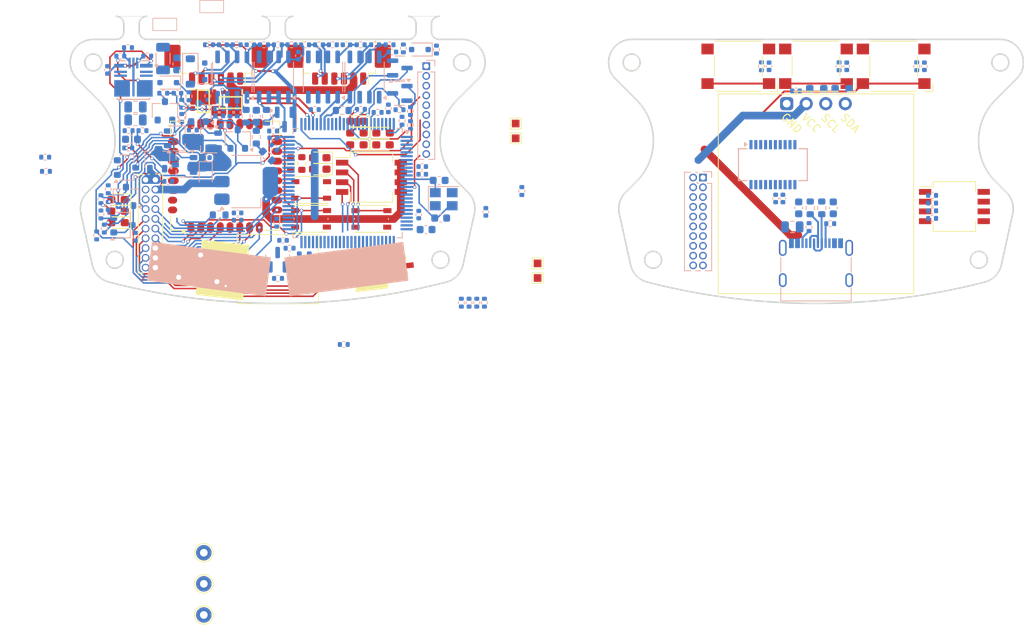
<source format=kicad_pcb>
(kicad_pcb (version 20221018) (generator pcbnew)
  (layers (0 "F.Cu" signal) (31 "B.Cu" signal) (34 "B.Paste" user) (35 "F.Paste" user) (36 "B.SilkS" user "B.Silkscreen") (37 "F.SilkS" user "F.Silkscreen") (38 "B.Mask" user) (39 "F.Mask" user) (44 "Edge.Cuts" user))
  (net 0 "")
  (net 1 "+3.3V")
  (net 2 "GND")
  (net 3 "/2ndLayer/NRST")
  (net 4 "/2ndLayer/HSE_IN")
  (net 5 "/2ndLayer/HSE_OUT")
  (net 6 "VCC")
  (net 7 "Net-(Q1-G)")
  (net 8 "/2ndLayer/Power/Vout")
  (net 9 "/2ndLayer/Power/S-S")
  (net 10 "Net-(Q9-G)")
  (net 11 "+5V")
  (net 12 "Net-(C22-Pad1)")
  (net 13 "/2ndLayer/RST_Twe")
  (net 14 "Net-(D1-K)")
  (net 15 "VDD")
  (net 16 "Net-(D5-K)")
  (net 17 "Net-(D7-A)")
  (net 18 "Net-(D8-A)")
  (net 19 "Net-(D9-A)")
  (net 20 "Net-(D10-A)")
  (net 21 "Net-(D11-A)")
  (net 22 "Net-(D12-A)")
  (net 23 "Net-(D13-A)")
  (net 24 "Net-(D14-A)")
  (net 25 "Net-(D15-A)")
  (net 26 "Net-(D16-A)")
  (net 27 "Net-(C30-Pad1)")
  (net 28 "Net-(C31-Pad1)")
  (net 29 "Net-(U1-RT)")
  (net 30 "Net-(Q17-G)")
  (net 31 "Net-(U1-FB)")
  (net 34 "/2ndLayer/TweLite/LED0")
  (net 45 "/2ndLayer/LED_B0")
  (net 46 "/2ndLayer/LED_B1")
  (net 47 "/2ndLayer/DIPSW0_Twe")
  (net 48 "/2ndLayer/DIPSW1_Twe")
  (net 49 "/2ndLayer/SDA4")
  (net 50 "/2ndLayer/SCL4")
  (net 51 "unconnected-(J2-Pin_10-Pad10)")
  (net 52 "unconnected-(J2-Pin_12-Pad12)")
  (net 53 "unconnected-(J2-Pin_14-Pad14)")
  (net 54 "unconnected-(J2-Pin_16-Pad16)")
  (net 55 "+BATT")
  (net 56 "/2ndLayer/TweLite/LED1")
  (net 57 "/2ndLayer/RS485_RingNW/RS485X_TA")
  (net 58 "/2ndLayer/RS485_RingNW/RS485X_TB")
  (net 59 "/2ndLayer/RS485_RingNW/RS485X_RA")
  (net 60 "/2ndLayer/RS485_RingNW/RS485X_RB")
  (net 61 "/2ndLayer/RS485_RingNW/RS485Y_TA")
  (net 62 "/2ndLayer/RS485_RingNW/RS485Y_TB")
  (net 63 "/2ndLayer/RS485_RingNW/RS485Y_RA")
  (net 64 "VBUS")
  (net 65 "/2ndLayer/RS485_RingNW/RS485Y_RB")
  (net 66 "Net-(Q2-B)")
  (net 67 "Net-(Q3-G)")
  (net 69 "/2ndLayer/Power/IND")
  (net 70 "Net-(Q7-G)")
  (net 71 "/2ndLayer/Power/PowerSW")
  (net 72 "Net-(Q8-D)")
  (net 73 "Net-(Q10-B)")
  (net 74 "Net-(Q11-G)")
  (net 75 "Net-(Q13-B)")
  (net 76 "Net-(Q13-C)")
  (net 77 "Net-(Q14-B)")
  (net 78 "Net-(Q14-C)")
  (net 79 "/2ndLayer/DIPSW2_Twe")
  (net 80 "/2ndLayer/DIPSW3_Twe")
  (net 81 "/2ndLayer/PRG_Twe")
  (net 82 "/2ndLayer/LED_nR0")
  (net 83 "/2ndLayer/Main->RST_Twe")
  (net 84 "Net-(U4-DE)")
  (net 85 "/2ndLayer/BOOT0")
  (net 86 "/2ndLayer/Power/VSYS")
  (net 87 "/2ndLayer/Power/PG")
  (net 88 "Net-(U2-DO0{slash}PWM2)")
  (net 89 "Net-(U6-DE)")
  (net 90 "/2ndLayer/V_Meas.")
  (net 91 "/2ndLayer/DIPSW0")
  (net 92 "/2ndLayer/DIPSW1")
  (net 93 "/2ndLayer/SlideSW0")
  (net 94 "/2ndLayer/DIPSW2")
  (net 95 "/2ndLayer/DIPSW3")
  (net 96 "/2ndLayer/LED_LG0")
  (net 97 "/2ndLayer/LED_Y0")
  (net 99 "/2ndLayer/TweWriteRX_TweTX0")
  (net 100 "/2ndLayer/TweWriteTX_TweRX0")
  (net 101 "/2ndLayer/MainRXx_TweTX1")
  (net 102 "/2ndLayer/MainTXx_TweRX1")
  (net 106 "/2ndLayer/TweLite/SET")
  (net 109 "/2ndLayer/SWO")
  (net 118 "/2ndLayer/SWCLK")
  (net 121 "/2ndLayer/SWDIO")
  (net 179 "/2ndLayer/MainTX4_RS485XRX")
  (net 180 "/2ndLayer/MainTX3_RS485YRX")
  (net 182 "/2ndLayer/MainRX4_RS485XTX")
  (net 183 "/2ndLayer/MainRX3_RS485YTX")
  (net 187 "unconnected-(U8-PD5-Pad86)")
  (net 198 "/3rdLayer/TactSW0")
  (net 199 "/3rdLayer/TactSW1")
  (net 200 "/3rdLayer/TactSW2")
  (net 201 "Net-(C38-Pad1)")
  (net 202 "Net-(C39-Pad1)")
  (net 203 "Net-(U10-3V3OUT)")
  (net 205 "/3rdLayer/DIPSW0")
  (net 207 "/3rdLayer/DIPSW1")
  (net 209 "/3rdLayer/DIPSW2")
  (net 211 "/3rdLayer/DIPSW3")
  (net 213 "/3rdLayer/PRG_Twe")
  (net 215 "/3rdLayer/RST_Twe")
  (net 217 "Net-(J4-CC1)")
  (net 219 "Net-(J4-CC2)")
  (net 221 "/3rdLayer/I2C_SCL")
  (net 222 "/3rdLayer/I2C_SDA")
  (net 223 "Net-(U10-USBDP)")
  (net 224 "Net-(U10-USBDM)")
  (net 227 "/3rdLayer/TweWriteRX_TweTX")
  (net 234 "/3rdLayer/TweWriteTX_TweRX")
  (footprint "Button_Switch_SMD:SW_DIP_SPSTx04_Slide_Copal_CHS-04B_W7.62mm_P1.27mm" (layer "F.Cu") (at 88 21.75)
    (fp_text reference "SW10" hide)
    (fp_text value "SW_DIP_x04")
  )
  (footprint "Button_Switch_SMD:SW_DIP_SPSTx04_Slide_Copal_CHS-04B_W7.62mm_P1.27mm" (layer "F.Cu") (at 12.2 17.95)
    (fp_text reference "SW5" hide)
    (fp_text value "SW_DIP_x04")
  )
  (footprint "LED_SMD:LED_0603_1608Metric_Pad1.05x0.95mm_HandSolder" (layer "F.Cu") (at 10.31 12.175 180)
    (fp_text reference "D16" hide)
    (fp_text value "Red")
  )
  (footprint "Button_Switch_SMD:SW_Push_1P1T_NO_Vertical_Wuerth_434133025816" (layer "F.Cu") (at 4.35 23.35)
    (fp_text reference "SW3" hide)
    (fp_text value "SW_SPST")
  )
  (footprint "Button_Switch_SMD:SW_SPST_Omron_B3FS-100xP" (layer "F.Cu") (at 80.1 3.5 180)
    (fp_text reference "SW9" hide)
    (fp_text value "SW_SPST")
  )
  (footprint "LED_SMD:LED_0603_1608Metric_Pad1.05x0.95mm_HandSolder" (layer "F.Cu") (at -20.75 23.85 180)
    (fp_text reference "D9" hide)
    (fp_text value "Green")
  )
  (footprint "RF_Module:MonoWireless_TWE-L-WX" (layer "F.Cu") (at -6.825 17.75 90)
    (fp_text reference "U2" hide)
    (fp_text value "TWE-L-WX")
  )
  (footprint "LED_SMD:LED_0603_1608Metric_Pad1.05x0.95mm_HandSolder" (layer "F.Cu") (at 5.4775 15.4 180)
    (fp_text reference "D10" hide)
    (fp_text value "Blue")
  )
  (footprint "Button_Switch_SMD:SW_SPST_Omron_B3FS-100xP" (layer "F.Cu") (at 70 3.5 180)
    (fp_text reference "SW8" hide)
    (fp_text value "SW_SPST")
  )
  (footprint "LED_SMD:LED_0603_1608Metric_Pad1.05x0.95mm_HandSolder" (layer "F.Cu") (at -20.75 22.35 180)
    (fp_text reference "D8" hide)
    (fp_text value "Green")
  )
  (footprint "Connector_Molex:Molex_PicoBlade_53261-0671_1x06-1MP_P1.25mm_Horizontal" (layer "F.Cu") (at 8 2.7 180)
    (fp_text reference "J10" hide)
    (fp_text value "Conn_01x06_MountingPin")
  )
  (footprint "TomoshibiLibrary:SW_Slide_SPDT_IS-1235-G" (layer "F.Cu") (at -10.2 29.65 -96.5)
    (fp_text reference "SW2" hide)
    (fp_text value "SW_SPDT_White")
  )
  (footprint "LED_SMD:LED_0603_1608Metric_Pad1.05x0.95mm_HandSolder" (layer "F.Cu") (at 13.71 12.175)
    (fp_text reference "D12" hide)
    (fp_text value "Blue")
  )
  (footprint "Button_Switch_SMD:SW_Push_1P1T_NO_Vertical_Wuerth_434133025816" (layer "F.Cu") (at 4.35 19.59 180)
    (fp_text reference "SW4" hide)
    (fp_text value "SW_SPST")
  )
  (footprint "Button_Switch_SMD:SW_SPST_Omron_B3FS-100xP" (layer "F.Cu") (at 59.9 3.5 180)
    (fp_text reference "SW7" hide)
    (fp_text value "SW_SPST")
  )
  (footprint "TestPoint:TestPoint_Pad_1.0x1.0mm" (layer "F.Cu") (at 33.8 29.15)
    (fp_text reference "H3" hide)
    (fp_text value "MountingHole_Pad")
  )
  (footprint "Resistor_SMD:R_0603_1608Metric" (layer "F.Cu") (at 3.15 16.15 90)
    (fp_text reference "R40" hide)
    (fp_text value "1k")
  )
  (footprint "TomoshibiLibrary:SW_Slide_SPDT_SSAJ120100" (layer "F.Cu") (at 14.005482 29.722142 7)
    (fp_text reference "SW6" hide)
    (fp_text value "SW_SPDT" hide)
  )
  (footprint "TestPoint:TestPoint_Pad_1.0x1.0mm" (layer "F.Cu") (at 30.95 12.87)
    (fp_text reference "H2" hide)
    (fp_text value "MountingHole_Pad")
  )
  (footprint "Connector_Molex:Molex_PicoBlade_53261-0671_1x06-1MP_P1.25mm_Horizontal" (layer "F.Cu") (at -8 2.7 180)
    (fp_text reference "J11" hide)
    (fp_text value "Conn_01x06_MountingPin")
  )
  (footprint "LED_SMD:LED_0603_1608Metric_Pad1.05x0.95mm_HandSolder" (layer "F.Cu") (at 10.31 10.65 180)
    (fp_text reference "D14" hide)
    (fp_text value "LightGreen")
  )
  (footprint "LED_SMD:LED_0603_1608Metric_Pad1.05x0.95mm_HandSolder" (layer "F.Cu") (at 5.4775 16.89 180)
    (fp_text reference "D11" hide)
    (fp_text value "Blue")
  )
  (footprint "TomoshibiLibrary:Display_Aktk_128x68OLED_White" (layer "F.Cu") (at 70 7.095)
    (fp_text reference "U9" hide)
    (fp_text value "Display_Akzk_128x68OLED")
  )
  (footprint "Button_Switch_SMD:SW_Push_1P1T_NO_Vertical_Wuerth_434133025816" (layer "F.Cu") (at 12.2 23.36)
    (fp_text reference "SW1" hide)
    (fp_text value "SW_SPST")
  )
  (footprint "TestPoint:TestPoint_Pad_1.0x1.0mm" (layer "F.Cu") (at 33.8 31.05)
    (fp_text reference "H4" hide)
    (fp_text value "MountingHole_Pad")
  )
  (footprint "LED_SMD:LED_0603_1608Metric_Pad1.05x0.95mm_HandSolder" (layer "F.Cu") (at 10.3 13.725 180)
    (fp_text reference "D15" hide)
    (fp_text value "Yellow")
  )
  (footprint "TomoshibiLibrary:Package_TSOP6F" (layer "F.Cu") (at -9.65 8.05)
    (fp_text reference "Q9" hide)
    (fp_text value "SSM6J808R" hide)
  )
  (footprint "LED_SMD:LED_0603_1608Metric_Pad1.05x0.95mm_HandSolder" (layer "F.Cu") (at 13.7 13.725)
    (fp_text reference "D13" hide)
    (fp_text value "Blue")
  )
  (footprint "Resistor_SMD:R_0603_1608Metric" (layer "F.Cu") (at 1.7 16.16 90)
    (fp_text reference "R39" hide)
    (fp_text value "1k")
  )
  (footprint "TestPoint:TestPoint_Pad_1.0x1.0mm" (layer "F.Cu") (at 30.95 10.95)
    (fp_text reference "H1" hide)
    (fp_text value "MountingHole_Pad")
  )
  (footprint "TestPoint:TestPoint_THTPad_D2.0mm_Drill1.0mm" (layer "F.Cu") (at -9.6 74.9)
    (fp_text reference "TP3" hide)
    (fp_text value "TestPoint")
  )
  (footprint "Connector_PinSocket_1.27mm:PinSocket_2x10_P1.27mm_Vertical" (layer "F.Cu") (at -15.9 18.27)
    (fp_text reference "J2" hide)
    (fp_text value "Conn_02x10_Odd_Even")
  )
  (footprint "LED_SMD:LED_0603_1608Metric_Pad1.05x0.95mm_HandSolder" (layer "F.Cu") (at -20.75 20.85 180)
    (fp_text reference "D7" hide)
    (fp_text value "Green")
  )
  (footprint "TomoshibiLibrary:Package_TSOP6F" (layer "F.Cu") (at -6.1 8.225 -90)
    (fp_text reference "Q7" hide)
    (fp_text value "SSM6J808R" hide)
  )
  (footprint "TestPoint:TestPoint_THTPad_D2.0mm_Drill1.0mm" (layer "F.Cu") (at -9.6 70.85)
    (fp_text reference "TP2" hide)
    (fp_text value "TestPoint")
  )
  (footprint "TestPoint:TestPoint_THTPad_D2.0mm_Drill1.0mm" (layer "F.Cu") (at -9.6 66.8)
    (fp_text reference "TP1" hide)
    (fp_text value "TestPoint")
  )
  (footprint "Resistor_SMD:R_0402_1005Metric" (layer "B.Cu") (at -7.125 0.7)
    (fp_text reference "R56" hide)
    (fp_text value "120")
  )
  (footprint "Package_TO_SOT_SMD:SOT-223-3_TabPin2" (layer "B.Cu") (at -4.1 18.5)
    (fp_text reference "U7" hide)
    (fp_text value "AZ1117CH-3.3")
  )
  (footprint "Resistor_SMD:R_0402_1005Metric" (layer "B.Cu") (at 31.75 19.73 -90)
    (fp_text reference "R66" hide)
    (fp_text value "1k")
  )
  (footprint "Capacitor_SMD:C_0402_1005Metric" (layer "B.Cu") (at 14.92 1.64)
    (fp_text reference "C11" hide)
    (fp_text value "0.1uF")
  )
  (footprint "Resistor_SMD:R_0402_1005Metric" (layer "B.Cu") (at 62.9 3.5 90)
    (fp_text reference "R16" hide)
    (fp_text value "10k")
  )
  (footprint "Capacitor_SMD:C_0603_1608Metric" (layer "B.Cu") (at -2.77 10 90)
    (fp_text reference "C22" hide)
    (fp_text value "0.1uF")
  )
  (footprint "Resistor_SMD:R_0402_1005Metric" (layer "B.Cu") (at 26.89 34.260001 90)
    (fp_text reference "R59" hide)
    (fp_text value "10k")
  )
  (footprint "Package_TO_SOT_SMD:SC-59" (layer "B.Cu") (at -20.11 24.171662)
    (fp_text reference "Q2" hide)
    (fp_text value "S8550")
  )
  (footprint "Resistor_SMD:R_0402_1005Metric" (layer "B.Cu") (at 16.175 10.59 -90)
    (fp_text reference "R57" hide)
    (fp_text value "1k")
  )
  (footprint "Resistor_SMD:R_0402_1005Metric" (layer "B.Cu") (at 7.175 0.7)
    (fp_text reference "R45" hide)
    (fp_text value "2.2k")
  )
  (footprint "Resistor_SMD:R_0402_1005Metric" (layer "B.Cu") (at -22.98 22.78 -90)
    (fp_text reference "R10" hide)
    (fp_text value "10k")
  )
  (footprint "Package_SO:SOP-8_3.9x4.9mm_P1.27mm" (layer "B.Cu") (at 11.3 4.9 90)
    (fp_text reference "U3" hide)
    (fp_text value "MAX3485")
  )
  (footprint "Resistor_SMD:R_0402_1005Metric" (layer "B.Cu") (at -6.85 11.2 180)
    (fp_text reference "R27" hide)
    (fp_text value "10k")
  )
  (footprint "Resistor_SMD:R_0603_1608Metric" (layer "B.Cu") (at 70.75 21.925 -90)
    (fp_text reference "R77" hide)
    (fp_text value "33")
  )
  (footprint "Resistor_SMD:R_0402_1005Metric" (layer "B.Cu") (at 5.375 0.7)
    (fp_text reference "R47" hide)
    (fp_text value "120")
  )
  (footprint "Resistor_SMD:R_0603_1608Metric_Pad0.98x0.95mm_HandSolder" (layer "B.Cu") (at 73.4 6.4)
    (fp_text reference "R75" hide)
    (fp_text value "PullUP")
  )
  (footprint "Package_TO_SOT_SMD:SOT-23" (layer "B.Cu") (at 15.875 7.025 180)
    (fp_text reference "Q15" hide)
    (fp_text value "2N7002")
  )
  (footprint "Resistor_SMD:R_0402_1005Metric" (layer "B.Cu") (at -22.025 19.505 -90)
    (fp_text reference "R15" hide)
    (fp_text value "10k")
  )
  (footprint "Resistor_SMD:R_0402_1005Metric" (layer "B.Cu") (at 3.575 0.7)
    (fp_text reference "R44" hide)
    (fp_text value "2.2k")
  )
  (footprint "Resistor_SMD:R_0402_1005Metric" (layer "B.Cu") (at 1.8 0.7)
    (fp_text reference "R52" hide)
    (fp_text value "2.2k")
  )
  (footprint "Capacitor_SMD:C_0805_2012Metric" (layer "B.Cu") (at -18.485 10.485 180)
    (fp_text reference "C32" hide)
    (fp_text value "22uF")
  )
  (footprint "Resistor_SMD:R_0402_1005Metric" (layer "B.Cu") (at -9.075 7.35 -90)
    (fp_text reference "R26" hide)
    (fp_text value "10k")
  )
  (footprint "Package_TO_SOT_SMD:SOT-23W" (layer "B.Cu") (at -15.65 15.625 90)
    (fp_text reference "Q1" hide)
    (fp_text value "SSM3J332R")
  )
  (footprint "Capacitor_SMD:C_0603_1608Metric" (layer "B.Cu") (at 21 18.35 180)
    (fp_text reference "C4" hide)
    (fp_text value "22pF")
  )
  (footprint "Resistor_SMD:R_0402_1005Metric" (layer "B.Cu") (at 13 9.5)
    (fp_text reference "R2" hide)
    (fp_text value "10k")
  )
  (footprint "Connector_USB:USB_C_Receptacle_G-Switch_GT-USB-7010ASV" (layer "B.Cu") (at 70 30.25 180)
    (fp_text reference "J4" hide)
    (fp_text value "USB_C_Receptacle_USB2.0")
  )
  (footprint "Capacitor_SMD:C_0402_1005Metric" (layer "B.Cu") (at 2.814999 28.35 -90)
    (fp_text reference "C6" hide)
    (fp_text value "0.1uF")
  )
  (footprint "Capacitor_SMD:C_0402_1005Metric" (layer "B.Cu") (at 2.7 2.125 90)
    (fp_text reference "C20" hide)
    (fp_text value "0.1uF")
  )
  (footprint "TomoshibiLibrary:Diode_SOD-323" (layer "B.Cu") (at 18.5 1.32 180)
    (fp_text reference "D1" hide)
    (fp_text value "1N5819WS")
  )
  (footprint "Resistor_SMD:R_0402_1005Metric" (layer "B.Cu") (at -14.875 7 180)
    (fp_text reference "R23" hide)
    (fp_text value "10k")
  )
  (footprint "Package_TO_SOT_SMD:SC-59" (layer "B.Cu") (at -19.725 20.425 90)
    (fp_text reference "Q4" hide)
    (fp_text value "S8550")
  )
  (footprint "Resistor_SMD:R_0402_1005Metric" (layer "B.Cu") (at 69.1 24.425 -90)
    (fp_text reference "R78" hide)
    (fp_text value "5.1k")
  )
  (footprint "Package_TO_SOT_SMD:SOT-23W" (layer "B.Cu") (at -12.13 16.325 180)
    (fp_text reference "Q3" hide)
    (fp_text value "SSM3J332R")
  )
  (footprint "Capacitor_SMD:C_0603_1608Metric" (layer "B.Cu") (at 72.25 21.925 90)
    (fp_text reference "C38" hide)
    (fp_text value "47pF")
  )
  (footprint "Resistor_SMD:R_0402_1005Metric" (layer "B.Cu") (at -7.6 9.95 180)
    (fp_text reference "R25" hide)
    (fp_text value "10k")
  )
  (footprint "Resistor_SMD:R_0402_1005Metric" (layer "B.Cu") (at 0.05 31.104882 180)
    (fp_text reference "R67" hide)
    (fp_text value "10k")
  )
  (footprint "Resistor_SMD:R_0402_1005Metric" (layer "B.Cu") (at 71.85 23.975 180)
    (fp_text reference "R79" hide)
    (fp_text value "5.1k")
  )
  (footprint "Capacitor_SMD:C_0402_1005Metric" (layer "B.Cu") (at 14.4 8.975 -90)
    (fp_text reference "C41" hide)
    (fp_text value "0.1uF")
  )
  (footprint "Resistor_SMD:R_0402_1005Metric" (layer "B.Cu") (at -5.25 9.49 -90)
    (fp_text reference "R50" hide)
    (fp_text value "10k")
  )
  (footprint "Resistor_SMD:R_0603_1608Metric" (layer "B.Cu") (at -1.35 15.175 -45)
    (fp_text reference "R32" hide)
    (fp_text value "10k")
  )
  (footprint "Package_QFP:LQFP-100_14x14mm_P0.5mm" (layer "B.Cu") (at 9.1 18.7 180)
    (fp_text reference "U8" hide)
    (fp_text value "STM32H723VGTx")
  )
  (footprint "Resistor_SMD:R_0402_1005Metric" (layer "B.Cu") (at -19.425 14.125 180)
    (fp_text reference "R3" hide)
    (fp_text value "10k")
  )
  (footprint "Resistor_SMD:R_0402_1005Metric" (layer "B.Cu") (at 85.1 23.3 180)
    (fp_text reference "R14" hide)
    (fp_text value "10k")
  )
  (footprint "Capacitor_SMD:C_0402_1005Metric" (layer "B.Cu") (at -5.21 23.52)
    (fp_text reference "C29" hide)
    (fp_text value "1uF")
  )
  (footprint "Resistor_SMD:R_0603_1608Metric" (layer "B.Cu") (at -7.6 22.85)
    (fp_text reference "R41" hide)
    (fp_text value "PullUP?")
  )
  (footprint "Resistor_SMD:R_0402_1005Metric" (layer "B.Cu") (at -8.925 0.7)
    (fp_text reference "R53" hide)
    (fp_text value "2.2k")
  )
  (footprint "Resistor_SMD:R_0402_1005Metric" (layer "B.Cu") (at 24.89 34.26 90)
    (fp_text reference "R62" hide)
    (fp_text value "10k")
  )
  (footprint "Resistor_SMD:R_0402_1005Metric" (layer "B.Cu") (at 73 3.5 90)
    (fp_text reference "R19" hide)
    (fp_text value "10k")
  )
  (footprint "Capacitor_SMD:C_0402_1005Metric" (layer "B.Cu") (at -0.45 14.075 135)
    (fp_text reference "C31" hide)
    (fp_text value "2.2uF")
  )
  (footprint "TomoshibiLibrary:Diode_SOD-323" (layer "B.Cu") (at -9.35 17.52 -90)
    (fp_text reference "D6" hide)
    (fp_text value "1N5819WS")
  )
  (footprint "Resistor_SMD:R_0402_1005Metric" (layer "B.Cu") (at -11.525 7.4 -90)
    (fp_text reference "R28" hide)
    (fp_text value "10k")
  )
  (footprint "Capacitor_SMD:C_0402_1005Metric" (layer "B.Cu") (at 0.7 26.15)
    (fp_text reference "C28" hide)
    (fp_text value "0.1uF")
  )
  (footprint "Package_TO_SOT_SMD:SOT-23W" (layer "B.Cu") (at -13.1 12.875)
    (fp_text reference "Q17" hide)
    (fp_text value "SSM3J332R")
  )
  (footprint "Package_TO_SOT_SMD:SOT-23W" (layer "B.Cu") (at -8.95 13.15 180)
    (fp_text reference "Q11" hide)
    (fp_text value "SSM3J332R")
  )
  (footprint "Resistor_SMD:R_0402_1005Metric" (layer "B.Cu") (at 12.675 0.7)
    (fp_text reference "R46" hide)
    (fp_text value "120")
  )
  (footprint "Package_TO_SOT_SMD:SC-59" (layer "B.Cu") (at -10.29 9.5 90)
    (fp_text reference "Q12" hide)
    (fp_text value "S8550")
  )
  (footprint "Resistor_SMD:R_0402_1005Metric" (layer "B.Cu") (at 8.6 39.7)
    (fp_text reference "R61" hide)
    (fp_text value "10k")
  )
  (footprint "Capacitor_SMD:C_0402_1005Metric" (layer "B.Cu") (at -13.025 7 180)
    (fp_text reference "C15" hide)
    (fp_text value "1uF")
  )
  (footprint "Resistor_SMD:R_0402_1005Metric" (layer "B.Cu") (at 23.89 34.26 90)
    (fp_text reference "R63" hide)
    (fp_text value "10k")
  )
  (footprint "Package_SO:SSOP-20_3.9x8.7mm_P0.635mm" (layer "B.Cu") (at 64.4 16.3 -90)
    (fp_text reference "U10" hide)
    (fp_text value "FT231XS")
  )
  (footprint "Diode_SMD:D_SOD-123" (layer "B.Cu") (at -11.35 4.175 -90)
    (fp_text reference "D5" hide)
    (fp_text value "SS2040FL")
  )
  (footprint "Resistor_SMD:R_0402_1005Metric" (layer "B.Cu") (at 85.1 21.3 180)
    (fp_text reference "R12" hide)
    (fp_text value "10k")
  )
  (footprint "Capacitor_SMD:C_0402_1005Metric" (layer "B.Cu") (at -22.125 3.975 90)
    (fp_text reference "C33" hide)
    (fp_text value "1uF")
  )
  (footprint "Resistor_SMD:R_0402_1005Metric" (layer "B.Cu") (at -19.458334 1.075001 180)
    (fp_text reference "R72" hide)
    (fp_text value "5.1k")
  )
  (footprint "Capacitor_SMD:C_0402_1005Metric" (layer "B.Cu") (at -0.575 12.825 180)
    (fp_text reference "C7" hide)
    (fp_text value "0.1uF")
  )
  (footprint "Resistor_SMD:R_0603_1608Metric" (layer "B.Cu") (at 8.4 9.25 180)
    (fp_text reference "R4" hide)
    (fp_text value "7.5k")
  )
  (footprint "Resistor_SMD:R_0402_1005Metric" (layer "B.Cu") (at -30.225 15.325 180)
    (fp_text reference "R17" hide)
    (fp_text value "10k")
  )
  (footprint "Resistor_SMD:R_0402_1005Metric" (layer "B.Cu") (at -30.125 17.175 180)
    (fp_text reference "R29" hide)
    (fp_text value "10k")
  )
  (footprint "Package_TO_SOT_SMD:SC-59" (layer "B.Cu") (at -19.65 16.68)
    (fp_text reference "Q18" hide)
    (fp_text value "2N7002")
  )
  (footprint "Connector_PinHeader_1.27mm:PinHeader_2x10_P1.27mm_Vertical" (layer "B.Cu") (at 55.3 17.98 180)
    (fp_text reference "J3" hide)
    (fp_text value "Conn_02x10_Odd_Even")
  )
  (footprint "Capacitor_SMD:C_0402_1005Metric" (layer "B.Cu") (at 67.4 6.7 180)
    (fp_text reference "C35" hide)
    (fp_text value "0.1uF")
  )
  (footprint "Resistor_SMD:R_0402_1005Metric" (layer "B.Cu") (at 85.1 22.3 180)
    (fp_text reference "R13" hide)
    (fp_text value "10k")
  )
  (footprint "Resistor_SMD:R_0402_1005Metric" (layer "B.Cu") (at 0.025 0.7)
    (fp_text reference "R55" hide)
    (fp_text value "120")
  )
  (footprint "Resistor_SMD:R_0402_1005Metric" (layer "B.Cu") (at -0.125 23.85 -90)
    (fp_text reference "R37" hide)
    (fp_text value "10k")
  )
  (footprint "Resistor_SMD:R_0402_1005Metric" (layer "B.Cu") (at -23.53 25.51 -90)
    (fp_text reference "R24" hide)
    (fp_text value "10k")
  )
  (footprint "Package_TO_SOT_SMD:SOT-23" (layer "B.Cu") (at 15.89 3.725)
    (fp_text reference "Q13" hide)
    (fp_text value "S8550")
  )
  (footprint "Resistor_SMD:R_0603_1608Metric_Pad0.98x0.95mm_HandSolder" (layer "B.Cu") (at 70.1 6.4)
    (fp_text reference "R74" hide)
    (fp_text value "PullUP")
  )
  (footprint "Capacitor_SMD:C_0402_1005Metric" (layer "B.Cu") (at 84.1 3.5 -90)
    (fp_text reference "C34" hide)
    (fp_text value "0.1uF")
  )
  (footprint "Resistor_SMD:R_0402_1005Metric" (layer "B.Cu") (at -22.975 20.8 90)
    (fp_text reference "R34" hide)
    (fp_text value "1k")
  )
  (footprint "Package_TO_SOT_SMD:SOT-23" (layer "B.Cu") (at 0.9 10.425 -90)
    (fp_text reference "Q14" hide)
    (fp_text value "S8550")
  )
  (footprint "Capacitor_SMD:C_0402_1005Metric" (layer "B.Cu") (at 27.07 22.44 -90)
    (fp_text reference "C2" hide)
    (fp_text value "0.1uF")
  )
  (footprint "Capacitor_SMD:C_0402_1005Metric" (layer "B.Cu") (at 65.7 20.7 90)
    (fp_text reference "C40" hide)
    (fp_text value "0.1uF")
  )
  (footprint "Resistor_SMD:R_0402_1005Metric" (layer "B.Cu") (at 10.8 0.7)
    (fp_text reference "R42" hide)
    (fp_text value "2.2k")
  )
  (footprint "Capacitor_SMD:C_0805_2012Metric" (layer "B.Cu") (at 66.925 24.4)
    (fp_text reference "C37" hide)
    (fp_text value "10uF")
  )
  (footprint "Resistor_SMD:R_0402_1005Metric" (layer "B.Cu") (at 17.275 9.325 -90)
    (fp_text reference "R64" hide)
    (fp_text value "10k")
  )
  (footprint "Capacitor_SMD:C_0402_1005Metric" (layer "B.Cu") (at 64.75 20.7 -90)
    (fp_text reference "C36" hide)
    (fp_text value "0.1uF")
  )
  (footprint "Resistor_SMD:R_0603_1608Metric" (layer "B.Cu") (at -1.45 10 90)
    (fp_text reference "R48" hide)
    (fp_text value "7.5k")
  )
  (footprint "Resistor_SMD:R_0402_1005Metric" (layer "B.Cu") (at 83.1 3.5 90)
    (fp_text reference "R73" hide)
    (fp_text value "10k")
  )
  (footprint "Resistor_SMD:R_0402_1005Metric" (layer "B.Cu") (at -12.475 8.375 -90)
    (fp_text reference "R21" hide)
    (fp_text value "10k")
  )
  (footprint "Resistor_SMD:R_0402_1005Metric" (layer "B.Cu") (at 16.35 1.175 90)
    (fp_text reference "R5" hide)
    (fp_text value "20k")
  )
  (footprint "Resistor_SMD:R_0402_1005Metric" (layer "B.Cu") (at -18.42 25.69 90)
    (fp_text reference "R11" hide)
    (fp_text value "10k")
  )
  (footprint "Resistor_SMD:R_0402_1005Metric" (layer "B.Cu") (at -17.575 11.875 180)
    (fp_text reference "R8" hide)
    (fp_text value "10k")
  )
  (footprint "Resistor_SMD:R_0402_1005Metric" (layer "B.Cu") (at 14.55 0.7)
    (fp_text reference "R43" hide)
    (fp_text value "2.2k")
  )
  (footprint "Capacitor_SMD:C_0603_1608Metric" (layer "B.Cu") (at 67.75 21.925 90)
    (fp_text reference "C39" hide)
    (fp_text value "47pF")
  )
  (footprint "Capacitor_SMD:C_0402_1005Metric" (layer "B.Cu") (at -3.55 0.7 180)
    (fp_text reference "C23" hide)
    (fp_text value "0.1uF")
  )
  (footprint "Resistor_SMD:R_0402_1005Metric" (layer "B.Cu") (at 20.65 1.325 -90)
    (fp_text reference "R1" hide)
    (fp_text value "1k")
  )
  (footprint "Capacitor_SMD:C_0603_1608Metric" (layer "B.Cu") (at 19.3 24.75)
    (fp_text reference "C25" hide)
    (fp_text value "4.7uF")
  )
  (footprint "Capacitor_SMD:C_0805_2012Metric" (layer "B.Cu") (at -18.485 8.785 180)
    (fp_text reference "C10" hide)
    (fp_text value "22uF")
  )
  (footprint "Resistor_SMD:R_0402_1005Metric" (layer "B.Cu") (at -20.458333 2.175001 180)
    (fp_text reference "R69" hide)
    (fp_text value "20k")
  )
  (footprint "Resistor_SMD:R_0402_1005Metric" (layer "B.Cu") (at -1.775 0.7)
    (fp_text reference "R51" hide)
    (fp_text value "2.2k")
  )
  (footprint "Capacitor_SMD:C_0603_1608Metric" (layer "B.Cu") (at -19 13)
    (fp_text reference "C13" hide)
    (fp_text value "ADJ_ST")
  )
  (footprint "Capacitor_SMD:C_0402_1005Metric" (layer "B.Cu") (at -9.33 15.39)
    (fp_text reference "C16" hide)
    (fp_text value "1uF")
  )
  (footprint "Capacitor_SMD:C_0402_1005Metric" (layer "B.Cu") (at 8.95 0.7 180)
    (fp_text reference "C18" hide)
    (fp_text value "0.1uF")
  )
  (footprint "Resistor_SMD:R_0402_1005Metric" (layer "B.Cu") (at 10.825 9.1)
    (fp_text reference "R65" hide)
    (fp_text value "1k")
  )
  (footprint "Resistor_SMD:R_0402_1005Metric" (layer "B.Cu") (at 85.1 20.3 180)
    (fp_text reference "R7" hide)
    (fp_text value "10k")
  )
  (footprint "Resistor_SMD:R_0402_1005Metric" (layer "B.Cu") (at -12.475 10.225 -90)
    (fp_text reference "R22" hide)
    (fp_text value "10k")
  )
  (footprint "Resistor_SMD:R_0402_1005Metric" (layer "B.Cu") (at -7.6 9.025)
    (fp_text reference "R20" hide)
    (fp_text value "10k")
  )
  (footprint "Resistor_SMD:R_0402_1005Metric" (layer "B.Cu") (at 17.275 11.15 -90)
    (fp_text reference "R58" hide)
    (fp_text value "1k")
  )
  (footprint "Capacitor_SMD:C_0402_1005Metric" (layer "B.Cu") (at 14.565714 28.4 -90)
    (fp_text reference "C1" hide)
    (fp_text value "0.1uF")
  )
  (footprint "Resistor_SMD:R_0603_1608Metric" (layer "B.Cu") (at 69.25 21.925 -90)
    (fp_text reference "R76" hide)
    (fp_text value "33")
  )
  (footprint "TomoshibiLibrary:Diode_SOD-323" (layer "B.Cu") (at -9.475 4.15 90)
    (fp_text reference "D4" hide)
    (fp_text value "1N5819WS")
  )
  (footprint "Package_SO:SOP-8_3.9x4.9mm_P1.27mm" (layer "B.Cu") (at -5.9 4.9 90)
    (fp_text reference "U6" hide)
    (fp_text value "MAX3485")
  )
  (footprint "Capacitor_SMD:C_0402_1005Metric" (layer "B.Cu") (at -5.21 22.58 180)
    (fp_text reference "C17" hide)
    (fp_text value "1uF")
  )
  (footprint "Resistor_SMD:R_0402_1005Metric" (layer "B.Cu") (at -0.59 11.925 180)
    (fp_text reference "R49" hide)
    (fp_text value "20k")
  )
  (footprint "Capacitor_SMD:C_0402_1005Metric" (layer "B.Cu") (at 18.8 16.55)
    (fp_text reference "C3" hide)
    (fp_text value "0.1uF")
  )
  (footprint "Resistor_SMD:R_0402_1005Metric" (layer "B.Cu") (at -22.54 24.62 -90)
    (fp_text reference "R35" hide)
    (fp_text value "1k")
  )
  (footprint "Crystal:Crystal_SMD_3225-4Pin_3.2x2.5mm" (layer "B.Cu") (at 21.6 20.8)
    (fp_text reference "Y1" hide)
    (fp_text value "16MHz")
  )
  (footprint "Resistor_SMD:R_0603_1608Metric" (layer "B.Cu") (at -2.775 12.725 -90)
    (fp_text reference "R31" hide)
    (fp_text value "75k")
  )
  (footprint "Resistor_SMD:R_0402_1005Metric" (layer "B.Cu") (at 25.89 34.26 90)
    (fp_text reference "R60" hide)
    (fp_text value "10k")
  )
  (footprint "Resistor_SMD:R_0402_1005Metric" (layer "B.Cu") (at 15.85 9.15)
    (fp_text reference "R68" hide)
    (fp_text value "1k")
  )
  (footprint "Package_TO_SOT_SMD:SOT-23" (layer "B.Cu") (at 0 28.675 90)
    (fp_text reference "Q16" hide)
    (fp_text value "2N7002")
  )
  (footprint "Resistor_SMD:R_0402_1005Metric" (layer "B.Cu") (at 4.83 9.13 180)
    (fp_text reference "R36" hide)
    (fp_text value "10k")
  )
  (footprint "Capacitor_SMD:C_0402_1005Metric" (layer "B.Cu") (at 18.35 22.8 90)
    (fp_text reference "C27" hide)
    (fp_text value "1uF")
  )
  (footprint "Capacitor_SMD:C_1206_3216Metric" (layer "B.Cu") (at -14.9 2.5 90)
    (fp_text reference "C9" hide)
    (fp_text value "10uF")
  )
  (footprint "Capacitor_SMD:C_0603_1608Metric" (layer "B.Cu") (at 21.2 23.25 180)
    (fp_text reference "C5" hide)
    (fp_text value "22pF")
  )
  (footprint "Resistor_SMD:R_0603_1608Metric" (layer "B.Cu") (at -4.1 10 -90)
    (fp_text reference "R30" hide)
    (fp_text value "1k")
  )
  (footprint "Package_TO_SOT_SMD:SC-59" (layer "B.Cu") (at -5.1875 12.975 90)
    (fp_text reference "Q10" hide)
    (fp_text value "S8550")
  )
  (footprint "Resistor_SMD:R_0402_1005Metric" (layer "B.Cu") (at 1.55 27.175 180)
    (fp_text reference "R38" hide)
    (fp_text value "10k")
  )
  (footprint "Capacitor_SMD:C_0402_1005Metric" (layer "B.Cu") (at 4.115 28.35 -90)
    (fp_text reference "C30" hide)
    (fp_text value "2.2uF")
  )
  (footprint "TomoshibiLibrary:DCDC_TPSM336x5" (layer "B.Cu") (at -18.75 5.375 180)
    (fp_text reference "U1" hide)
    (fp_text value "DCDC_TPSM336x5")
  )
  (footprint "Capacitor_SMD:C_0402_1005Metric" (layer "B.Cu") (at 74 3.5 -90)
    (fp_text reference "C14" hide)
    (fp_text value "0.1uF")
  )
  (footprint "Resistor_SMD:R_0402_1005Metric" (layer "B.Cu") (at -14.225 18.475 180)
    (fp_text reference "R6" hide)
    (fp_text value "1k")
  )
  (footprint "Package_TO_SOT_SMD:SC-59" (layer "B.Cu") (at -14.65 9.3 90)
    (fp_text reference "Q8" hide)
    (fp_text value "2N7002")
  )
  (footprint "Package_SO:SOP-8_3.9x4.9mm_P1.27mm" (layer "B.Cu") (at 5.9 4.9 90)
    (fp_text reference "U4" hide)
    (fp_text value "MAX3485")
  )
  (footprint "Capacitor_SMD:C_0402_1005Metric" (layer "B.Cu") (at 18.8 17.55)
    (fp_text reference "C8" hide)
    (fp_text value "0.1uF")
  )
  (footprint "Resistor_SMD:R_0402_1005Metric" (layer "B.Cu") (at -22.025 21.675 -90)
    (fp_text reference "R33" hide)
    (fp_text value "1k")
  )
  (footprint "Resistor_SMD:R_0402_1005Metric" (layer "B.Cu") (at -19.375 11.875 180)
    (fp_text reference "R9" hide)
    (fp_text value "1k")
  )
  (footprint "Resistor_SMD:R_0402_1005Metric" (layer "B.Cu") (at -16.958333 2.175001)
    (fp_text reference "R70" hide)
    (fp_text value "10k")
  )
  (footprint "TomoshibiLibrary:Diode_SOD-323" (layer "B.Cu") (at -14.225 5.625 180)
    (fp_text reference "D17" hide)
    (fp_text value "1N5819WS")
  )
  (footprint "Inductor_SMD:L_0603_1608Metric" (layer "B.Cu") (at -13.1 3.2 -90)
    (fp_text reference "L1" hide)
    (fp_text value "1uH")
  )
  (footprint "Resistor_SMD:R_0402_1005Metric" (layer "B.Cu") (at -5.325 0.7)
    (fp_text reference "R54" hide)
    (fp_text value "2.2k")
  )
  (footprint "Resistor_SMD:R_0402_1005Metric" (layer "B.Cu") (at -11.025 11.8 180)
    (fp_text reference "R71" hide)
    (fp_text value "10k")
  )
  (footprint "Connector_PinHeader_1.27mm:PinHeader_1x10_P1.27mm_Vertical" (layer "B.Cu") (at 19.325 3.485 180)
    (fp_text reference "J1" hide)
    (fp_text value "Conn_01x10_Pin")
  )
  (footprint "Package_SO:SOP-8_3.9x4.9mm_P1.27mm" (layer "B.Cu") (at -0.5 4.9 90)
    (fp_text reference "U5" hide)
    (fp_text value "MAX3485")
  )
  (footprint "Resistor_SMD:R_0402_1005Metric" (layer "B.Cu") (at -6.2 9.49 -90)
    (fp_text reference "R18" hide)
    (fp_text value "10k")
  )
  (footprint "Capacitor_SMD:C_0402_1005Metric" (layer "B.Cu") (at 63.9 3.5 -90)
    (fp_text reference "C12" hide)
    (fp_text value "0.1uF")
  )
  (gr_poly (pts (xy -13.125 -1.15) (xy -16.225 -1.15) (xy -16.225 -2.749997) (xy -13.125 -2.749997)) (stroke (width 0.1)) (fill none) (layer "B.SilkS"))
  (gr_poly (pts (xy -7.025 -3.475) (xy -10.125 -3.475) (xy -10.125 -5.074997) (xy -7.025 -5.074997)) (stroke (width 0.1)) (fill none) (layer "B.SilkS"))
  (gr_poly (pts (xy 0.922828 28.421781) (xy 1.575355 33.378213) (xy 16.94275 31.355057) (xy 16.290119 26.397833)) (stroke (width 0.1)) (fill solid) (layer "B.SilkS"))
  (gr_poly (pts (xy -0.922723 28.420988) (xy -1.575354 33.378212) (xy -16.942749 31.355056) (xy -16.290118 26.397832)) (stroke (width 0.1)) (fill solid) (layer "B.SilkS"))
  (gr_line (start -5.3 25.4) (end 5.3 25.4) (stroke (width 0.1)) (layer "F.SilkS"))
  (gr_line (start 5.3 34.4) (end -5.3 34.4) (stroke (width 0.1)) (layer "F.SilkS"))
  (gr_line (start 5.3 25.4) (end 5.3 34.4) (stroke (width 0.1)) (layer "F.SilkS"))
  (gr_line (start -5.3 34.4) (end -5.3 25.4) (stroke (width 0.1)) (layer "F.SilkS"))
  (gr_line (start 94.76928 19.920395) (end 93.334524 18.485639) (stroke (width 0.2)) (layer "Edge.Cuts"))
  (gr_line (start -23.334524 18.485639) (end -24.76928 19.920395) (stroke (width 0.2)) (layer "Edge.Cuts"))
  (gr_line (start -2 -3) (end 2 -3) (stroke (width 0.05)) (layer "Edge.Cuts"))
  (gr_line (start 43.90776 5.121321) (end 46.665476 7.879037) (stroke (width 0.2)) (layer "Edge.Cuts"))
  (gr_line (start -1 -1) (end -1 -2) (stroke (width 0.2)) (layer "Edge.Cuts"))
  (gr_line (start -21 0) (end -23.97092 0) (stroke (width 0.2)) (layer "Edge.Cuts"))
  (gr_arc (start -20 -1) (mid -20.292893 -0.292893) (end -21 0) (stroke (width 0.2)) (layer "Edge.Cuts"))
  (gr_line (start 23.97092 0) (end 21 0) (stroke (width 0.2)) (layer "Edge.Cuts"))
  (gr_arc (start -21.926396 31.585351) (mid -23.33601 30.764893) (end -24.108037 29.328186) (stroke (width 0.2)) (layer "Edge.Cuts"))
  (gr_line (start 17 -3) (end 21 -3) (stroke (width 0.05)) (layer "Edge.Cuts"))
  (gr_arc (start 1 -2) (mid 1.292893 -2.707107) (end 2 -3) (stroke (width 0.2)) (layer "Edge.Cuts"))
  (gr_line (start -2 0) (end -17 0) (stroke (width 0.2)) (layer "Edge.Cuts"))
  (gr_arc (start -1 -1) (mid -1.292893 -0.292893) (end -2 0) (stroke (width 0.2)) (layer "Edge.Cuts"))
  (gr_line (start 93.334524 7.879037) (end 96.09224 5.121321) (stroke (width 0.2)) (layer "Edge.Cuts"))
  (gr_line (start 1 -2) (end 1 -1) (stroke (width 0.2)) (layer "Edge.Cuts"))
  (gr_arc (start 23.334524 18.485639) (mid 21.137826 13.182338) (end 23.334524 7.879037) (stroke (width 0.2)) (layer "Edge.Cuts"))
  (gr_arc (start -18 -2) (mid -17.707107 -2.707107) (end -17 -3) (stroke (width 0.2)) (layer "Edge.Cuts"))
  (gr_arc (start 43.90776 5.121321) (mid 43.257438 1.851949) (end 46.02908 0) (stroke (width 0.2)) (layer "Edge.Cuts"))
  (gr_arc (start -25.577091 22.689934) (mid -25.527937 21.201697) (end -24.76928 19.920395) (stroke (width 0.2)) (layer "Edge.Cuts"))
  (gr_line (start 17 0) (end 2 0) (stroke (width 0.2)) (layer "Edge.Cuts"))
  (gr_circle (center 46.02908 3) (end 46.02908 4.1) (stroke (width 0.2)) (fill none) (layer "Edge.Cuts"))
  (gr_line (start 23.334524 7.879037) (end 26.09224 5.121321) (stroke (width 0.2)) (layer "Edge.Cuts"))
  (gr_arc (start 21 0) (mid 20.2929 -0.292896) (end 20 -1) (stroke (width 0.2)) (layer "Edge.Cuts"))
  (gr_arc (start 93.334524 18.485639) (mid 91.137828 13.182339) (end 93.334524 7.879037) (stroke (width 0.2)) (layer "Edge.Cuts"))
  (gr_line (start -21 -3) (end -17 -3) (stroke (width 0.05)) (layer "Edge.Cuts"))
  (gr_arc (start -17 0) (mid -17.707107 -0.292893) (end -18 -1) (stroke (width 0.2)) (layer "Edge.Cuts"))
  (gr_line (start 18 -1) (end 18 -2) (stroke (width 0.2)) (layer "Edge.Cuts"))
  (gr_line (start 93.97092 0) (end 46.02908 0) (stroke (width 0.2)) (layer "Edge.Cuts"))
  (gr_arc (start -21 -3) (mid -20.292893 -2.707107) (end -20 -2) (stroke (width 0.2)) (layer "Edge.Cuts"))
  (gr_arc (start 18 -1) (mid 17.707107 -0.292893) (end 17 0) (stroke (width 0.2)) (layer "Edge.Cuts"))
  (gr_arc (start 23.97092 0) (mid 26.742556 1.851949) (end 26.09224 5.121321) (stroke (width 0.2)) (layer "Edge.Cuts"))
  (gr_arc (start 2 0) (mid 1.292893 -0.292893) (end 1 -1) (stroke (width 0.2)) (layer "Edge.Cuts"))
  (gr_arc (start -23.334524 7.879037) (mid -21.137824 13.182338) (end -23.334524 18.485639) (stroke (width 0.2)) (layer "Edge.Cuts"))
  (gr_arc (start 94.108037 29.328186) (mid 93.336002 30.764889) (end 91.926396 31.585351) (stroke (width 0.2)) (layer "Edge.Cuts"))
  (gr_circle (center 93.97092 3) (end 93.97092 4.1) (stroke (width 0.2)) (fill none) (layer "Edge.Cuts"))
  (gr_line (start 24.76928 19.920395) (end 23.334524 18.485639) (stroke (width 0.2)) (layer "Edge.Cuts"))
  (gr_line (start 20 -2) (end 20 -1) (stroke (width 0.2)) (layer "Edge.Cuts"))
  (gr_circle (center -21.178905 28.679967) (end -21.178905 29.779967) (stroke (width 0.2)) (fill none) (layer "Edge.Cuts"))
  (gr_arc (start -2 -3) (mid -1.292893 -2.707107) (end -1 -2) (stroke (width 0.2)) (layer "Edge.Cuts"))
  (gr_line (start 94.108037 29.328186) (end 95.577091 22.689934) (stroke (width 0.2)) (layer "Edge.Cuts"))
  (gr_arc (start 20 -2) (mid 20.292892 -2.707108) (end 21 -3) (stroke (width 0.2)) (layer "Edge.Cuts"))
  (gr_arc (start 94.76928 19.920395) (mid 95.52798 21.201682) (end 95.577091 22.689934) (stroke (width 0.2)) (layer "Edge.Cuts"))
  (gr_circle (center -23.97092 3) (end -23.97092 4.1) (stroke (width 0.2)) (fill none) (layer "Edge.Cuts"))
  (gr_arc (start 46.665476 7.879037) (mid 48.862176 13.182338) (end 46.665476 18.485639) (stroke (width 0.2)) (layer "Edge.Cuts"))
  (gr_line (start 46.665476 18.485639) (end 45.23072 19.920395) (stroke (width 0.2)) (layer "Edge.Cuts"))
  (gr_line (start -20 -1) (end -20 -2) (stroke (width 0.2)) (layer "Edge.Cuts"))
  (gr_arc (start 24.108037 29.328186) (mid 23.336002 30.764885) (end 21.926396 31.585351) (stroke (width 0.2)) (layer "Edge.Cuts"))
  (gr_circle (center 23.97092 3) (end 23.97092 4.1) (stroke (width 0.2)) (fill none) (layer "Edge.Cuts"))
  (gr_line (start -26.09224 5.121321) (end -23.334524 7.879037) (stroke (width 0.2)) (layer "Edge.Cuts"))
  (gr_arc (start 21.926396 31.585351) (mid 0 34.360747) (end -21.926396 31.585351) (stroke (width 0.2)) (layer "Edge.Cuts"))
  (gr_arc (start 24.76928 19.920395) (mid 25.527976 21.201686) (end 25.577091 22.689934) (stroke (width 0.2)) (layer "Edge.Cuts"))
  (gr_arc (start 44.422909 22.689934) (mid 44.472064 21.201692) (end 45.23072 19.920395) (stroke (width 0.2)) (layer "Edge.Cuts"))
  (gr_arc (start 91.926396 31.585351) (mid 70 34.360747) (end 48.073604 31.585351) (stroke (width 0.2)) (layer "Edge.Cuts"))
  (gr_line (start 44.422909 22.689934) (end 45.891963 29.328186) (stroke (width 0.2)) (layer "Edge.Cuts"))
  (gr_arc (start -26.09224 5.121321) (mid -26.742561 1.851947) (end -23.97092 0) (stroke (width 0.2)) (layer "Edge.Cuts"))
  (gr_circle (center 48.821095 28.679967) (end 48.821095 29.779967) (stroke (width 0.2)) (fill none) (layer "Edge.Cuts"))
  (gr_line (start -25.577091 22.689934) (end -24.108037 29.328186) (stroke (width 0.2)) (layer "Edge.Cuts"))
  (gr_line (start 24.108037 29.328186) (end 25.577091 22.689934) (stroke (width 0.2)) (layer "Edge.Cuts"))
  (gr_arc (start 93.97092 0) (mid 96.74254 1.851953) (end 96.09224 5.121321) (stroke (width 0.2)) (layer "Edge.Cuts"))
  (gr_line (start -18 -2) (end -18 -1) (stroke (width 0.2)) (layer "Edge.Cuts"))
  (gr_arc (start 17 -3) (mid 17.707107 -2.707107) (end 18 -2) (stroke (width 0.2)) (layer "Edge.Cuts"))
  (gr_arc (start 48.073604 31.585351) (mid 46.663991 30.764894) (end 45.891963 29.328186) (stroke (width 0.2)) (layer "Edge.Cuts"))
  (gr_circle (center 21.178905 28.679967) (end 21.178905 29.779967) (stroke (width 0.2)) (fill none) (layer "Edge.Cuts"))
  (gr_circle (center 91.178905 28.679967) (end 91.178905 29.779967) (stroke (width 0.2)) (fill none) (layer "Edge.Cuts"))
  (segment (start -11.896938 24.174264) (end -8.379264 24.174264) (width 0.2) (layer "B.Cu") (net 0))
  (segment (start -14.65 23.95) (end -14.65 24.034314) (width 0.2) (layer "B.Cu") (net 0))
  (segment (start -11.56894 24.977638) (end -11.565566 24.974264) (width 0.2) (layer "B.Cu") (net 0))
  (segment (start -3 25.45) (end -3.327638 25.777638) (width 0.2) (layer "B.Cu") (net 0))
  (segment (start -13.706676 24.977638) (end -11.56894 24.977638) (width 0.2) (layer "B.Cu") (net 0))
  (segment (start -14.65 24.034314) (end -13.706676 24.977638) (width 0.2) (layer "B.Cu") (net 0))
  (segment (start -3.327638 25.777638) (end -14.122362 25.777638) (width 0.2) (layer "B.Cu") (net 0))
  (segment (start -8.379264 24.174264) (end -7.475 23.27) (width 0.2) (layer "B.Cu") (net 0))
  (segment (start -12.642362 24.177638) (end -11.900312 24.177638) (width 0.2) (layer "B.Cu") (net 0))
  (segment (start -11.565566 24.974264) (end -4.346698 24.974264) (width 0.2) (layer "B.Cu") (net 0))
  (segment (start -11.900312 24.177638) (end -11.896938 24.174264) (width 0.2) (layer "B.Cu") (net 0))
  (segment (start -4.346698 24.974264) (end -4.343324 24.977638) (width 0.2) (layer "B.Cu") (net 0))
  (segment (start -13.09 23.73) (end -12.642362 24.177638) (width 0.2) (layer "B.Cu") (net 0))
  (segment (start -14.122362 25.777638) (end -14.85 25.05) (width 0.2) (layer "B.Cu") (net 0))
  (segment (start -13.09 23.29) (end -13.09 23.73) (width 0.2) (layer "B.Cu") (net 0))
  (segment (start -15.1 17.64) (end -15.1 18.91) (width 0.2) (layer "F.Cu") (net 1))
  (segment (start 16.01 22.465) (end 16.01 16.045) (width 1) (layer "F.Cu") (net 1))
  (segment (start -0.786346 23.375) (end 15.1 23.375) (width 1) (layer "F.Cu") (net 1))
  (segment (start -2.825 4.125) (end -0.625 4.125) (width 0.25) (layer "F.Cu") (net 1))
  (segment (start -1.49 22.671346) (end -0.786346 23.375) (width 1) (layer "F.Cu") (net 1))
  (segment (start -15.1 18.91) (end -15.73 19.54) (width 0.2) (layer "F.Cu") (net 1))
  (segment (start -17.951371 17.92) (end -17.501371 17.47) (width 0.2) (layer "F.Cu") (net 1))
  (segment (start -15.73 19.54) (end -15.9 19.54) (width 0.2) (layer "F.Cu") (net 1))
  (segment (start -15.27 17.47) (end -15.1 17.64) (width 0.2) (layer "F.Cu") (net 1))
  (segment (start -4.722947 0.725) (end -9.135 0.725) (width 0.2) (layer "F.Cu") (net 1))
  (segment (start -17.501371 17.47) (end -15.27 17.47) (width 0.2) (layer "F.Cu") (net 1))
  (segment (start -0.625 4.125) (end -0.611091 4.138909) (width 0.25) (layer "F.Cu") (net 1))
  (segment (start -3.995 1.452947) (end -4.722947 0.725) (width 0.2) (layer "F.Cu") (net 1))
  (segment (start -18.47 17.92) (end -17.951371 17.92) (width 0.2) (layer "F.Cu") (net 1))
  (segment (start 15.1 23.375) (end 16.01 22.465) (width 1) (layer "F.Cu") (net 1))
  (segment (start -1.49 20.775) (end -1.49 22.671346) (width 1) (layer "F.Cu") (net 1))
  (via (at -0.611091 4.138909) (size 0.45) (drill 0.3) (layers "F.Cu" "B.Cu") (net 1))
  (via (at -1.49 20.775) (size 0.45) (drill 0.3) (layers "F.Cu" "B.Cu") (net 1))
  (via (at -2.825 4.125) (size 0.45) (drill 0.3) (layers "F.Cu" "B.Cu") (net 1))
  (via (at -18.47 17.92) (size 0.45) (drill 0.3) (layers "F.Cu" "B.Cu") (net 1))
  (via (at -9.135 0.725) (size 0.45) (drill 0.3) (layers "F.Cu" "B.Cu") (net 1))
  (via (at -3.995 1.452947) (size 0.45) (drill 0.3) (layers "F.Cu" "B.Cu") (net 1))
  (segment (start -19.56 21.185) (end -19.56 22.74) (width 0.2) (layer "B.Cu") (net 1))
  (segment (start -3.425 1.06261) (end -3.425 1.055) (width 0.25) (layer "B.Cu") (net 1))
  (segment (start -0.188909 4.138909) (end -0.611091 4.138909) (width 0.25) (layer "B.Cu") (net 1))
  (segment (start 7.805 2.275) (end 7.86261 2.275) (width 0.25) (layer "B.Cu") (net 1))
  (segment (start -3.995 2.275) (end -3.995 2.955) (width 0.25) (layer "B.Cu") (net 1))
  (segment (start 1.405 2.545) (end -0.188909 4.138909) (width 0.25) (layer "B.Cu") (net 1))
  (segment (start -9.135 0.725) (end -9.16 0.7) (width 0.2) (layer "B.Cu") (net 1))
  (segment (start 3.335 0.97) (end 3.335 1.97761) (width 0.25) (layer "B.Cu") (net 1))
  (segment (start -3.425 1.055) (end -3.07 0.7) (width 0.25) (layer "B.Cu") (net 1))
  (segment (start 10.29 0.7) (end 9.43 0.7) (width 0.25) (layer "B.Cu") (net 1))
  (segment (start 67.18 9.915) (end 60.485 9.915) (width 1) (layer "B.Cu") (net 1))
  (segment (start -3.69739 1.335) (end -3.425 1.06261) (width 0.25) (layer "B.Cu") (net 1))
  (segment (start -0.283414 4.156586) (end 2.2 6.64) (width 0.5) (layer "B.Cu") (net 1))
  (segment (start 2.70761 2.605) (end 2.7 2.605) (width 0.25) (layer "B.Cu") (net 1))
  (segment (start -0.593414 4.156586) (end -0.283414 4.156586) (width 0.5) (layer "B.Cu") (net 1))
  (segment (start -0.95 20.235) (end -0.95 18.5) (width 1) (layer "B.Cu") (net 1))
  (segment (start 2.7 2.605) (end 1.735 2.605) (width 0.25) (layer "B.Cu") (net 1))
  (segment (start 3.335 1.97761) (end 2.70761 2.605) (width 0.25) (layer "B.Cu") (net 1))
  (segment (start -1.49 20.775) (end -0.95 20.235) (width 1) (layer "B.Cu") (net 1))
  (segment (start -15.9 19.54) (end -12.14 19.54) (width 1) (layer "B.Cu") (net 1))
  (segment (start 1.405 2.275) (end 1.405 2.545) (width 0.25) (layer "B.Cu") (net 1))
  (segment (start -19.56 22.74) (end -20.741662 23.921662) (width 0.2) (layer "B.Cu") (net 1))
  (segment (start -18.47 20.095) (end -19.56 21.185) (width 0.2) (layer "B.Cu") (net 1))
  (segment (start -20.741662 23.921662) (end -21.331662 23.921662) (width 0.2) (layer "B.Cu") (net 1))
  (segment (start 7.86261 2.275) (end 9.43 0.70761) (width 0.25) (layer "B.Cu") (net 1))
  (segment (start -3.995 2.955) (end -2.825 4.125) (width 0.25) (layer "B.Cu") (net 1))
  (segment (start -12.14 19.54) (end -11.325736 18.725736) (width 1) (layer "B.Cu") (net 1))
  (segment (start -2.285 0.7) (end -3.07 0.7) (width 0.25) (layer "B.Cu") (net 1))
  (segment (start -3.995 1.625) (end -3.705 1.335) (width 0.25) (layer "B.Cu") (net 1))
  (segment (start 3.065 0.7) (end 3.335 0.97) (width 0.25) (layer "B.Cu") (net 1))
  (segment (start -3.995 2.275) (end -3.995 1.625) (width 0.25) (layer "B.Cu") (net 1))
  (segment (start -18.47 17.92) (end -18.47 20.095) (width 0.2) (layer "B.Cu") (net 1))
  (segment (start -3.705 1.335) (end -3.69739 1.335) (width 0.25) (layer "B.Cu") (net 1))
  (segment (start 2.2 6.64) (end 2.2 11.825) (width 0.5) (layer "B.Cu") (net 1))
  (segment (start 1.735 2.605) (end 1.405 2.275) (width 0.25) (layer "B.Cu") (net 1))
  (segment (start 60.485 9.915) (end 54.7 15.7) (width 1) (layer "B.Cu") (net 1))
  (segment (start 0.03 12.7) (end -0.095 12.825) (width 0.25) (layer "B.Cu") (net 1))
  (segment (start -7.475736 18.725736) (end -7.25 18.5) (width 1) (layer "B.Cu") (net 1))
  (segment (start -11.325736 18.725736) (end -7.475736 18.725736) (width 1) (layer "B.Cu") (net 1))
  (segment (start -3.995 1.452947) (end -3.995 2.275) (width 0.2) (layer "B.Cu") (net 1))
  (segment (start 14.44 1.64) (end 13.805 2.275) (width 0.25) (layer "B.Cu") (net 1))
  (segment (start -21.331662 23.921662) (end -22.54 25.13) (width 0.2) (layer "B.Cu") (net 1))
  (segment (start 13.805 2.275) (end 13.205 2.275) (width 0.25) (layer "B.Cu") (net 1))
  (segment (start 68.73 8.365) (end 67.18 9.915) (width 1) (layer "B.Cu") (net 1))
  (segment (start 9.43 0.70761) (end 9.43 0.7) (width 0.25) (layer "B.Cu") (net 1))
  (segment (start -9.16 0.7) (end -9.31 0.7) (width 0.2) (layer "B.Cu") (net 1))
  (segment (start 1.425 12.7) (end 0.03 12.7) (width 0.25) (layer "B.Cu") (net 1))
  (segment (start 4.82 14.68) (end 4.82 23.04) (width 1) (layer "B.Cu") (net 1))
  (segment (start 6.20486 18.585) (end 6.765 18.585) (width 0.2) (layer "F.Cu") (net 2))
  (segment (start 1.425 13.2) (end 2.25533 13.2) (width 0.2) (layer "B.Cu") (net 2))
  (segment (start 2.25533 13.2) (end 2.64 13.58467) (width 0.2) (layer "B.Cu") (net 2))
  (segment (start 2.797133 13.58467) (end 3.22 14.007537) (width 0.2) (layer "B.Cu") (net 2))
  (segment (start 2.64 13.58467) (end 2.797133 13.58467) (width 0.2) (layer "B.Cu") (net 2))
  (segment (start 10.125 22.285) (end 14.275 22.285) (width 0.2) (layer "F.Cu") (net 3))
  (segment (start 17.800611 19.224192) (end 17.800611 15.809389) (width 0.2) (layer "F.Cu") (net 3))
  (segment (start 17.800611 15.809389) (end 18.48 15.13) (width 0.2) (layer "F.Cu") (net 3))
  (via (at 17.800611 19.224192) (size 0.45) (drill 0.3) (layers "F.Cu" "B.Cu") (net 3))
  (segment (start 17.776419 19.2) (end 17.800611 19.224192) (width 0.2) (layer "B.Cu") (net 3))
  (segment (start 16.775 19.2) (end 17.776419 19.2) (width 0.2) (layer "B.Cu") (net 3))
  (segment (start 20.5 18.625) (end 20.5 19.95) (width 0.2) (layer "B.Cu") (net 4))
  (segment (start 16.775 18.2) (end 20.075 18.2) (width 0.2) (layer "B.Cu") (net 4))
  (segment (start 20.075 18.2) (end 20.5 18.625) (width 0.2) (layer "B.Cu") (net 4))
  (segment (start 18.03 18.7) (end 18.4 19.07) (width 0.2) (layer "B.Cu") (net 5))
  (segment (start 16.775 18.7) (end 18.03 18.7) (width 0.2) (layer "B.Cu") (net 5))
  (segment (start 20.425 23.25) (end 20.757538 23.25) (width 0.2) (layer "B.Cu") (net 5))
  (segment (start 20.35 23.25) (end 20.425 23.25) (width 0.2) (layer "B.Cu") (net 5))
  (segment (start 18.4 19.07) (end 18.4 21.3) (width 0.2) (layer "B.Cu") (net 5))
  (segment (start 20.757538 23.25) (end 22.357538 21.65) (width 0.2) (layer "B.Cu") (net 5))
  (segment (start 18.4 21.3) (end 20.35 23.25) (width 0.2) (layer "B.Cu") (net 5))
  (segment (start 22.357538 21.65) (end 22.7 21.65) (width 0.2) (layer "B.Cu") (net 5))
  (segment (start -11.722744 6.89) (end -12.987744 5.625) (width 0.2) (layer "B.Cu") (net 6))
  (segment (start -11.525 6.89) (end -11.722744 6.89) (width 0.2) (layer "B.Cu") (net 6))
  (segment (start -12.987744 5.625) (end -13.15 5.625) (width 0.2) (layer "B.Cu") (net 6))
  (segment (start -18.167051 13.642949) (end -16.316 15.494) (width 0.2) (layer "F.Cu") (net 7))
  (segment (start -18.217051 13.642949) (end -18.167051 13.642949) (width 0.2) (layer "F.Cu") (net 7))
  (via (at -18.217051 13.642949) (size 0.45) (drill 0.3) (layers "F.Cu" "B.Cu") (net 7))
  (via (at -16.316 15.494) (size 0.45) (drill 0.3) (layers "F.Cu" "B.Cu") (net 7))
  (segment (start -18.225 12.015) (end -18.085 11.875) (width 0.2) (layer "B.Cu") (net 7))
  (segment (start -18.225 13.635) (end -18.225 13) (width 0.2) (layer "B.Cu") (net 7))
  (segment (start -16.316 15.494) (end -16.180314 15.494) (width 0.2) (layer "B.Cu") (net 7))
  (segment (start -14.849314 16.825) (end -14.7 16.825) (width 0.2) (layer "B.Cu") (net 7))
  (segment (start -18.225 13) (end -18.225 12.015) (width 0.2) (layer "B.Cu") (net 7))
  (segment (start -18.217051 13.642949) (end -18.225 13.635) (width 0.2) (layer "B.Cu") (net 7))
  (segment (start -16.180314 15.494) (end -14.849314 16.825) (width 0.2) (layer "B.Cu") (net 7))
  (segment (start -19.765 5.335) (end -18.174998 5.335) (width 0.2) (layer "F.Cu") (net 8))
  (segment (start -20.785 2.749998) (end -20.785 4.315) (width 0.2) (layer "F.Cu") (net 8))
  (segment (start -20.785 4.315) (end -19.765 5.335) (width 0.2) (layer "F.Cu") (net 8))
  (via (at -18.174998 5.335) (size 0.45) (drill 0.3) (layers "F.Cu" "B.Cu") (net 8))
  (via (at -20.785 2.749998) (size 0.45) (drill 0.3) (layers "F.Cu" "B.Cu") (net 8))
  (segment (start -18.865 11.875) (end -18.975 11.985) (width 0.2) (layer "B.Cu") (net 8))
  (segment (start -18.975 11.985) (end -18.975 14.065) (width 0.2) (layer "B.Cu") (net 8))
  (segment (start -20.785 2.749998) (end -20.785 2.358334) (width 0.2) (layer "B.Cu") (net 8))
  (segment (start -18.174998 5.475003) (end -17.275001 6.375) (width 0.2) (layer "B.Cu") (net 8))
  (segment (start -20.785 2.358334) (end -20.968333 2.175001) (width 0.2) (layer "B.Cu") (net 8))
  (segment (start -18.975 14.065) (end -18.915 14.125) (width 0.2) (layer "B.Cu") (net 8))
  (segment (start -18.174998 5.335) (end -18.174998 5.475003) (width 0.2) (layer "B.Cu") (net 8))
  (segment (start -9.81 9.11) (end -8.372 9.11) (width 0.2) (layer "F.Cu") (net 9))
  (segment (start -8.372 9.11) (end -8.262 9) (width 0.2) (layer "F.Cu") (net 9))
  (via (at -9.81 9.11) (size 0.45) (drill 0.3) (layers "F.Cu" "B.Cu") (net 9))
  (via (at -7.813961 9.025) (size 0.45) (drill 0.3) (layers "F.Cu" "B.Cu") (net 9))
  (segment (start -11.67 9.11) (end -12.275 9.715) (width 0.2) (layer "B.Cu") (net 9))
  (segment (start -12.545 7) (end -12.545 7.795) (width 0.2) (layer "B.Cu") (net 9))
  (segment (start -12.275 9.715) (end -12.475 9.715) (width 0.2) (layer "B.Cu") (net 9))
  (segment (start -12.475 7.865) (end -12.475 7.895184) (width 0.2) (layer "B.Cu") (net 9))
  (segment (start -12.475 7.895184) (end -11.260184 9.11) (width 0.2) (layer "B.Cu") (net 9))
  (segment (start -12.545 7.795) (end -12.475 7.865) (width 0.2) (layer "B.Cu") (net 9))
  (segment (start -7.813961 9.025) (end -8.11 9.025) (width 0.2) (layer "B.Cu") (net 9))
  (segment (start -9.81 9.11) (end -11.67 9.11) (width 0.2) (layer "B.Cu") (net 9))
  (segment (start -11.136676 8.901324) (end -11.038 9) (width 0.2) (layer "F.Cu") (net 10))
  (segment (start -12.211324 8.901324) (end -11.136676 8.901324) (width 0.2) (layer "F.Cu") (net 10))
  (via (at -12.211324 8.901324) (size 0.45) (drill 0.3) (layers "F.Cu" "B.Cu") (net 10))
  (segment (start -13.12 7.385) (end -13.12 8.24) (width 0.2) (layer "B.Cu") (net 10))
  (segment (start -13.505 7) (end -13.12 7.385) (width 0.2) (layer "B.Cu") (net 10))
  (segment (start -13.12 8.24) (end -12.475 8.885) (width 0.2) (layer "B.Cu") (net 10))
  (segment (start -14.365 7) (end -13.505 7) (width 0.2) (layer "B.Cu") (net 10))
  (segment (start -20.72 19.665) (end -20.72 21.58) (width 0.2) (layer "F.Cu") (net 11))
  (segment (start -20.72 21.58) (end -20.675 21.625) (width 0.2) (layer "F.Cu") (net 11))
  (via (at -20.72 19.665) (size 0.45) (drill 0.3) (layers "F.Cu" "B.Cu") (net 11))
  (via (at -20.675 21.625) (size 0.45) (drill 0.3) (layers "F.Cu" "B.Cu") (net 11))
  (segment (start -22.975 20.29) (end -22.675 20.59) (width 0.2) (layer "B.Cu") (net 11))
  (segment (start -16.942702 13.359985) (end -16.894975 13.310394) (width 0.2) (layer "B.Cu") (net 11))
  (segment (start -16.359581 12.775) (end -13.611104 12.775) (width 0.2) (layer "B.Cu") (net 11))
  (segment (start -20.72 18.845) (end -20.06 18.185) (width 0.2) (layer "B.Cu") (net 11))
  (segment (start -11.24 10.7) (end -11.370184 10.7) (width 0.2) (layer "B.Cu") (net 11))
  (segment (start -13.611104 12.775) (end -12.718052 13.668052) (width 0.2) (layer "B.Cu") (net 11))
  (segment (start -9.81 15.32179) (end -10.42179 14.71) (width 0.2) (layer "B.Cu") (net 11))
  (segment (start -17.1 13.834047) (end -17.1 13.805368) (width 0.2) (layer "B.Cu") (net 11))
  (segment (start -9.81 15.39) (end -9.81 15.32179) (width 0.2) (layer "B.Cu") (net 11))
  (segment (start -17.019165 13.474418) (end -16.942702 13.359985) (width 0.2) (layer "B.Cu") (net 11))
  (segment (start -16.894975 13.310394) (end -16.359581 12.775) (width 0.2) (layer "B.Cu") (net 11))
  (segment (start -18.845953 15.58) (end -17.1 13.834047) (width 0.2) (layer "B.Cu") (net 11))
  (segment (start -11.370184 10.7) (end -12.718052 12.047868) (width 0.2) (layer "B.Cu") (net 11))
  (segment (start -10.42179 14.71) (end -11.676104 14.71) (width 0.2) (layer "B.Cu") (net 11))
  (segment (start -19.07425 15.58) (end -18.845953 15.58) (width 0.2) (layer "B.Cu") (net 11))
  (segment (start -22.675 20.59) (end -21.664816 20.59) (width 0.2) (layer "B.Cu") (net 11))
  (segment (start -12.718052 12.047868) (end -12.718052 13.668052) (width 0.2) (layer "B.Cu") (net 11))
  (segment (start -11.676104 14.71) (end -12.718052 13.668052) (width 0.2) (layer "B.Cu") (net 11))
  (segment (start -20.675 21.579816) (end -20.675 21.625) (width 0.2) (layer "B.Cu") (net 11))
  (segment (start -19.6 16.105751) (end -19.07425 15.58) (width 0.2) (layer "B.Cu") (net 11))
  (segment (start -20.72 19.665) (end -20.72 18.845) (width 0.2) (layer "B.Cu") (net 11))
  (segment (start -21.664816 20.59) (end -20.675 21.579816) (width 0.2) (layer "B.Cu") (net 11))
  (segment (start -17.098682 13.736554) (end -17.071833 13.60157) (width 0.2) (layer "B.Cu") (net 11))
  (segment (start -17.071833 13.60157) (end -17.019165 13.474418) (width 0.2) (layer "B.Cu") (net 11))
  (segment (start -20.06 18.185) (end -20.06 17.598238) (width 0.2) (layer "B.Cu") (net 11))
  (segment (start -19.6 17.138238) (end -19.6 16.105751) (width 0.2) (layer "B.Cu") (net 11))
  (segment (start -17.1 13.805368) (end -17.098682 13.736554) (width 0.2) (layer "B.Cu") (net 11))
  (segment (start -20.06 17.598238) (end -19.6 17.138238) (width 0.2) (layer "B.Cu") (net 11))
  (segment (start -2.775 11.9) (end -2.77 11.895) (width 0.25) (layer "B.Cu") (net 12))
  (segment (start -2.77 11.895) (end -2.77 10.775) (width 0.25) (layer "B.Cu") (net 12))
  (segment (start -4.1 10.825) (end -2.82 10.825) (width 0.25) (layer "B.Cu") (net 12))
  (segment (start -2.82 10.825) (end -2.77 10.775) (width 0.25) (layer "B.Cu") (net 12))
  (segment (start 2.275 22.275) (end 3.1 22.275) (width 0.2) (layer "F.Cu") (net 13))
  (segment (start -0.65066 12.555) (end 0.15 12.555) (width 0.2) (layer "F.Cu") (net 13))
  (segment (start -7.46 11.015) (end -7.46 11.23101) (width 0.2) (layer "F.Cu") (net 13))
  (segment (start -1.93 16.06) (end -1.1 15.23) (width 0.2) (layer "F.Cu") (net 13))
  (segment (start -1.1 15.23) (end -1.1 13.00434) (width 0.2) (layer "F.Cu") (net 13))
  (segment (start 3.1 22.275) (end 6.425 22.275) (width 0.2) (layer "F.Cu") (net 13))
  (segment (start -7.46 11.23101) (end -6.837712 11.853298) (width 0.2) (layer "F.Cu") (net 13))
  (segment (start 0.91 12.99434) (end 0.91 20.91) (width 0.2) (layer "F.Cu") (net 13))
  (segment (start 0.47066 12.555) (end 0.91 12.99434) (width 0.2) (layer "F.Cu") (net 13))
  (segment (start -1.1 13.00434) (end -0.65066 12.555) (width 0.2) (layer "F.Cu") (net 13))
  (segment (start 0.91 20.91) (end 2.275 22.275) (width 0.2) (layer "F.Cu") (net 13))
  (segment (start 0.15 12.555) (end 0.47066 12.555) (width 0.2) (layer "F.Cu") (net 13))
  (via (at -1.93 16.06) (size 0.45) (drill 0.3) (layers "F.Cu" "B.Cu") (net 13))
  (via (at 3.1 22.275) (size 0.45) (drill 0.3) (layers "F.Cu" "B.Cu") (net 13))
  (via (at -6.837712 11.853298) (size 0.45) (drill 0.3) (layers "F.Cu" "B.Cu") (net 13))
  (segment (start -16.975 16.025) (end -17.275 16.325) (width 0.2) (layer "B.Cu") (net 13))
  (segment (start -17.967663 18.108473) (end -17.97 18.187157) (width 0.2) (layer "B.Cu") (net 13))
  (segment (start -17.275 16.325) (end -17.275 17.243629) (width 0.2) (layer "B.Cu") (net 13))
  (segment (start -8.665 17.925) (end -11.9 17.925) (width 0.2) (layer "B.Cu") (net 13))
  (segment (start -17.275 17.243629) (end -17.926934 17.895563) (width 0.2) (layer "B.Cu") (net 13))
  (segment (start -11.9 17.925) (end -12.115 17.71) (width 0.2) (layer "B.Cu") (net 13))
  (segment (start -5.4375 13.716436) (end -5.4375 16.342094) (width 0.2) (layer "B.Cu") (net 13))
  (segment (start 3.1 22.275) (end 3.1 25.04467) (width 0.2) (layer "B.Cu") (net 13))
  (segment (start -17.97 21.28) (end -17.17 22.08) (width 0.2) (layer "B.Cu") (net 13))
  (segment (start -15.95 16.78821) (end -15.95 16.29) (width 0.2) (layer "B.Cu") (net 13))
  (segment (start -17.926934 17.895563) (end -17.926934 17.956468) (width 0.2) (layer "B.Cu") (net 13))
  (segment (start -1.93 16.06) (end -5.155406 16.06) (width 0.2) (layer "B.Cu") (net 13))
  (segment (start -6.535406 17.44) (end -8.18 17.44) (width 0.2) (layer "B.Cu") (net 13))
  (segment (start -6.837712 12.316224) (end -5.4375 13.716436) (width 0.2) (layer "B.Cu") (net 13))
  (segment (start 3.1 25.04467) (end 2.45 25.69467) (width 0.2) (layer "B.Cu") (net 13))
  (segment (start -17.97 18.187157) (end -17.97 21.28) (width 0.2) (layer "B.Cu") (net 13))
  (segment (start -6.837712 11.853298) (end -6.837712 12.316224) (width 0.2) (layer "B.Cu") (net 13))
  (segment (start -15.02821 17.71) (end -15.95 16.78821) (width 0.2) (layer "B.Cu") (net 13))
  (segment (start -17.926934 17.956468) (end -17.967663 18.108473) (width 0.2) (layer "B.Cu") (net 13))
  (segment (start -5.4375 16.342094) (end -6.535406 17.44) (width 0.2) (layer "B.Cu") (net 13))
  (segment (start -15.95 16.29) (end -16.215 16.025) (width 0.2) (layer "B.Cu") (net 13))
  (segment (start -16.215 16.025) (end -16.975 16.025) (width 0.2) (layer "B.Cu") (net 13))
  (segment (start -8.18 17.44) (end -8.665 17.925) (width 0.2) (layer "B.Cu") (net 13))
  (segment (start -5.155406 16.06) (end -5.4375 16.342094) (width 0.2) (layer "B.Cu") (net 13))
  (segment (start -12.115 17.71) (end -15.02821 17.71) (width 0.2) (layer "B.Cu") (net 13))
  (segment (start -6.952745 5.97) (end -8.205 5.97) (width 0.25) (layer "B.Cu") (net 15))
  (segment (start -4.64 8.635) (end -4.64 6.653248) (width 0.25) (layer "B.Cu") (net 15))
  (segment (start -6.552745 6.37) (end -6.952745 5.97) (width 0.25) (layer "B.Cu") (net 15))
  (segment (start -4.64 6.653248) (end -4.923248 6.37) (width 0.25) (layer "B.Cu") (net 15))
  (segment (start -4.1 9.175) (end -4.64 8.635) (width 0.25) (layer "B.Cu") (net 15))
  (segment (start -4.923248 6.37) (end -6.552745 6.37) (width 0.25) (layer "B.Cu") (net 15))
  (segment (start -8.205 5.97) (end -9.075 6.84) (width 0.25) (layer "B.Cu") (net 15))
  (via (at -21.88614 21.115) (size 0.45) (drill 0.3) (layers "F.Cu" "B.Cu") (net 17))
  (segment (start -22.025 21.165) (end -21.93614 21.165) (width 0.2) (layer "B.Cu") (net 17))
  (segment (start -21.93614 21.165) (end -21.88614 21.115) (width 0.2) (layer "B.Cu") (net 17))
  (segment (start -22.395 21.58) (end -21.625 22.35) (width 0.2) (layer "F.Cu") (net 18))
  (segment (start -22.7 21.58) (end -22.395 21.58) (width 0.2) (layer "F.Cu") (net 18))
  (via (at -22.7 21.58) (size 0.45) (drill 0.3) (layers "F.Cu" "B.Cu") (net 18))
  (via (at -22.031568 23.832345) (size 0.45) (drill 0.3) (layers "F.Cu" "B.Cu") (net 19))
  (segment (start -22.309223 24.11) (end -22.031568 23.832345) (width 0.2) (layer "B.Cu") (net 19))
  (segment (start -22.54 24.11) (end -22.309223 24.11) (width 0.2) (layer "B.Cu") (net 19))
  (segment (start 9.435 9.98) (end 9.435 10.7) (width 0.2) (layer "F.Cu") (net 24))
  (segment (start 10.0575 9.3575) (end 9.435 9.98) (width 0.2) (layer "F.Cu") (net 24))
  (via (at 10.0575 9.3575) (size 0.45) (drill 0.3) (layers "F.Cu" "B.Cu") (net 24))
  (segment (start 10.36 11.275) (end 10.36 10.18986) (width 0.2) (layer "F.Cu") (net 26))
  (segment (start 10.756571 9.793289) (end 11.707351 9.793289) (width 0.2) (layer "F.Cu") (net 26))
  (segment (start 9.435 12.2) (end 10.36 11.275) (width 0.2) (layer "F.Cu") (net 26))
  (segment (start 10.36 10.18986) (end 10.756571 9.793289) (width 0.2) (layer "F.Cu") (net 26))
  (via (at 11.707351 9.793289) (size 0.45) (drill 0.3) (layers "F.Cu" "B.Cu") (net 26))
  (segment (start 15.775 7.8625) (end 15.775 8.565) (width 0.2) (layer "B.Cu") (net 26))
  (segment (start 14.9375 7.025) (end 14.25 7.025) (width 0.2) (layer "B.Cu") (net 26))
  (segment (start 11.92 9.001396) (end 11.92 9.605) (width 0.2) (layer "B.Cu") (net 26))
  (segment (start 12.535 8.386396) (end 11.92 9.001396) (width 0.2) (layer "B.Cu") (net 26))
  (segment (start 14.25 7.025) (end 13.625 6.4) (width 0.2) (layer "B.Cu") (net 26))
  (segment (start 12.868604 6.4) (end 12.535 6.733604) (width 0.2) (layer "B.Cu") (net 26))
  (segment (start 14.9375 7.025) (end 15.775 7.8625) (width 0.2) (layer "B.Cu") (net 26))
  (segment (start 12.535 6.733604) (end 12.535 8.386396) (width 0.2) (layer "B.Cu") (net 26))
  (segment (start 11.92 9.605) (end 11.675 9.85) (width 0.2) (layer "B.Cu") (net 26))
  (segment (start 15.775 8.565) (end 16.36 9.15) (width 0.2) (layer "B.Cu") (net 26))
  (segment (start 13.625 6.4) (end 12.868604 6.4) (width 0.2) (layer "B.Cu") (net 26))
  (segment (start -0.110589 14.405259) (end -0.110589 14.414411) (width 0.2) (layer "B.Cu") (net 28))
  (segment (start 1.425 13.7) (end 0.59467 13.7) (width 0.2) (layer "B.Cu") (net 28))
  (segment (start 0.59467 13.7) (end -0.110589 14.405259) (width 0.2) (layer "B.Cu") (net 28))
  (segment (start -18.718332 3.425) (end -18.066666 2.773334) (width 0.25) (layer "F.Cu") (net 29))
  (segment (start -19.835 3.425) (end -18.718332 3.425) (width 0.25) (layer "F.Cu") (net 29))
  (via (at -18.066666 2.773334) (size 0.45) (drill 0.3) (layers "F.Cu" "B.Cu") (net 29))
  (via (at -19.835 3.425) (size 0.45) (drill 0.3) (layers "F.Cu" "B.Cu") (net 29))
  (segment (start -18.066666 2.773334) (end -17.468333 2.175001) (width 0.25) (layer "B.Cu") (net 29))
  (segment (start -22.11739 4.455) (end -21.08739 3.425) (width 0.25) (layer "B.Cu") (net 29))
  (segment (start -21.08739 3.425) (end -20.425 3.425) (width 0.25) (layer "B.Cu") (net 29))
  (segment (start -18.250001 3.075001) (end -18.250001 2.956669) (width 0.25) (layer "B.Cu") (net 29))
  (segment (start -18.250001 2.956669) (end -18.066666 2.773334) (width 0.25) (layer "B.Cu") (net 29))
  (segment (start -20.425 3.425) (end -19.835 3.425) (width 0.25) (layer "B.Cu") (net 29))
  (segment (start -22.125 4.455) (end -22.11739 4.455) (width 0.25) (layer "B.Cu") (net 29))
  (segment (start -19.075 14.125) (end -18.21 14.99) (width 0.2) (layer "F.Cu") (net 30))
  (segment (start -18.21 14.99) (end -18.21 16.26) (width 0.2) (layer "F.Cu") (net 30))
  (segment (start -19.63 14.125) (end -19.075 14.125) (width 0.2) (layer "F.Cu") (net 30))
  (via (at -18.21 16.26) (size 0.45) (drill 0.3) (layers "F.Cu" "B.Cu") (net 30))
  (via (at -19.63 14.125) (size 0.45) (drill 0.3) (layers "F.Cu" "B.Cu") (net 30))
  (segment (start -18.21 16.075419) (end -16.3 14.165419) (width 0.2) (layer "B.Cu") (net 30))
  (segment (start -16.271723 13.913503) (end -16.219206 13.82254) (width 0.2) (layer "B.Cu") (net 30))
  (segment (start -14.55 13.575) (end -14.3 13.825) (width 0.2) (layer "B.Cu") (net 30))
  (segment (start -18.21 16.44) (end -18.21 16.075419) (width 0.2) (layer "B.Cu") (net 30))
  (segment (start -16.298907 14.014958) (end -16.271723 13.913503) (width 0.2) (layer "B.Cu") (net 30))
  (segment (start -16.182843 13.784633) (end -15.97321 13.575) (width 0.2) (layer "B.Cu") (net 30))
  (segment (start -18.45 16.68) (end -18.21 16.44) (width 0.2) (layer "B.Cu") (net 30))
  (segment (start -16.219206 13.82254) (end -16.182843 13.784633) (width 0.2) (layer "B.Cu") (net 30))
  (segment (start -16.3 14.067475) (end -16.298907 14.014958) (width 0.2) (layer "B.Cu") (net 30))
  (segment (start -16.3 14.165419) (end -16.3 14.067475) (width 0.2) (layer "B.Cu") (net 30))
  (segment (start -15.97321 13.575) (end -14.55 13.575) (width 0.2) (layer "B.Cu") (net 30))
  (segment (start -19.249999 3.075001) (end -19.249999 2.873335) (width 0.25) (layer "B.Cu") (net 31))
  (segment (start -19.968334 2.155) (end -19.948333 2.175001) (width 0.25) (layer "B.Cu") (net 31))
  (segment (start -19.249999 2.873335) (end -19.948333 2.175001) (width 0.25) (layer "B.Cu") (net 31))
  (segment (start -19.968334 1.075001) (end -19.968334 2.155) (width 0.25) (layer "B.Cu") (net 31))
  (segment (start 16.175 11.28033) (end 15.33033 12.125) (width 0.2) (layer "B.Cu") (net 45))
  (segment (start 16.175 11.1) (end 16.175 11.28033) (width 0.2) (layer "B.Cu") (net 45))
  (segment (start 15.33033 12.125) (end 14.36967 12.125) (width 0.2) (layer "B.Cu") (net 45))
  (segment (start -10.11434 25.91) (end -8.73 24.52566) (width 0.2) (layer "F.Cu") (net 47))
  (segment (start -11.24327 25.91) (end -10.11434 25.91) (width 0.2) (layer "F.Cu") (net 47))
  (segment (start -8.73 24.52566) (end -8.73 24.485) (width 0.2) (layer "F.Cu") (net 47))
  (segment (start -11.635908 26.302638) (end -11.24327 25.91) (width 0.2) (layer "F.Cu") (net 47))
  (via (at -11.635908 26.302638) (size 0.45) (drill 0.3) (layers "F.Cu" "B.Cu") (net 47))
  (segment (start -14.962362 26.827638) (end -15.9 25.89) (width 0.2) (layer "B.Cu") (net 47))
  (segment (start -11.985181 26.827638) (end -14.962362 26.827638) (width 0.2) (layer "B.Cu") (net 47))
  (segment (start -11.635908 26.478365) (end -11.985181 26.827638) (width 0.2) (layer "B.Cu") (net 47))
  (segment (start -11.635908 26.302638) (end -11.635908 26.478365) (width 0.2) (layer "B.Cu") (net 47))
  (segment (start -8.967863 26.302638) (end -7.46 24.794775) (width 0.2) (layer "F.Cu") (net 48))
  (segment (start -7.46 24.794775) (end -7.46 24.485) (width 0.2) (layer "F.Cu") (net 48))
  (via (at -8.967863 26.302638) (size 0.45) (drill 0.3) (layers "F.Cu" "B.Cu") (net 48))
  (segment (start -15.826 27.234) (end -15.9 27.16) (width 0.2) (layer "B.Cu") (net 48))
  (segment (start -11.794 27.234) (end -15.826 27.234) (width 0.2) (layer "B.Cu") (net 48))
  (segment (start -9.092863 26.177638) (end -10.737638 26.177638) (width 0.2) (layer "B.Cu") (net 48))
  (segment (start -10.737638 26.177638) (end -11.794 27.234) (width 0.2) (layer "B.Cu") (net 48))
  (segment (start -8.967863 26.302638) (end -9.092863 26.177638) (width 0.2) (layer "B.Cu") (net 48))
  (segment (start -3.974264 24.574264) (end -11.731252 24.574264) (width 0.2) (layer "B.Cu") (net 49))
  (segment (start -11.734626 24.577638) (end -13.402362 24.577638) (width 0.2) (layer "B.Cu") (net 49))
  (segment (start -11.731252 24.574264) (end -11.734626 24.577638) (width 0.2) (layer "B.Cu") (net 49))
  (segment (start 0.4 20.2) (end -3.974264 24.574264) (width 0.2) (layer "B.Cu") (net 49))
  (segment (start -13.402362 24.577638) (end -15.9 22.08) (width 0.2) (layer "B.Cu") (net 49))
  (segment (start 1.425 20.2) (end 0.4 20.2) (width 0.2) (layer "B.Cu") (net 49))
  (segment (start 1.425 20.7) (end 0.56 20.7) (width 0.2) (layer "B.Cu") (net 50))
  (segment (start -13.872361 25.377638) (end -15.9 23.35) (width 0.2) (layer "B.Cu") (net 50))
  (segment (start 0.56 20.7) (end -4.117638 25.377638) (width 0.2) (layer "B.Cu") (net 50))
  (segment (start -4.50901 25.377638) (end -4.512384 25.374264) (width 0.2) (layer "B.Cu") (net 50))
  (segment (start -4.117638 25.377638) (end -4.50901 25.377638) (width 0.2) (layer "B.Cu") (net 50))
  (segment (start -4.512384 25.374264) (end -11.39988 25.374264) (width 0.2) (layer "B.Cu") (net 50))
  (segment (start -11.39988 25.374264) (end -11.403254 25.377638) (width 0.2) (layer "B.Cu") (net 50))
  (segment (start -11.403254 25.377638) (end -13.872361 25.377638) (width 0.2) (layer "B.Cu") (net 50))
  (segment (start -17.832741 31.3) (end -14.595685 31.3) (width 0.2) (layer "F.Cu") (net 51))
  (segment (start -1.424995 33.426) (end 4.594 33.426) (width 0.2) (layer "F.Cu") (net 51))
  (segment (start -7.43 33.43) (end -1.424995 33.426) (width 0.2) (layer "F.Cu") (net 51))
  (segment (start -18.77 30.362743) (end -17.832741 31.3) (width 0.2) (layer "F.Cu") (net 51))
  (segment (start -9.87 32.42) (end -8.93 33.25) (width 0.2) (layer "F.Cu") (net 51))
  (segment (start -13.475685 32.42) (end -9.87 32.42) (width 0.2) (layer "F.Cu") (net 51))
  (segment (start -18.77 24.95) (end -18.77 30.362743) (width 0.2) (layer "F.Cu") (net 51))
  (segment (start 4.594 33.426) (end 7.125 30.895) (width 0.2) (layer "F.Cu") (net 51))
  (segment (start -14.595685 31.3) (end -13.475685 32.42) (width 0.2) (layer "F.Cu") (net 51))
  (segment (start -17.17 23.35) (end -18.77 24.95) (width 0.2) (layer "F.Cu") (net 51))
  (segment (start -8.93 33.25) (end -7.43 33.43) (width 0.2) (layer "F.Cu") (net 51))
  (segment (start -13.31 32.02) (end -9.686788 32.02) (width 0.2) (layer "F.Cu") (net 52))
  (segment (start -9.686788 32.02) (end -8.76 32.85) (width 0.2) (layer "F.Cu") (net 52))
  (segment (start -7.1 33.026) (end 3.994 33.026) (width 0.2) (layer "F.Cu") (net 52))
  (segment (start -7.46 33) (end -7.1 33.026) (width 0.2) (layer "F.Cu") (net 52))
  (segment (start -18.37 30.197057) (end -17.667056 30.9) (width 0.2) (layer "F.Cu") (net 52))
  (segment (start -18.37 25.82) (end -18.37 30.197057) (width 0.2) (layer "F.Cu") (net 52))
  (segment (start -8.76 32.85) (end -7.46 33) (width 0.2) (layer "F.Cu") (net 52))
  (segment (start -17.17 24.62) (end -18.37 25.82) (width 0.2) (layer "F.Cu") (net 52))
  (segment (start -17.667056 30.9) (end -14.43 30.9) (width 0.2) (layer "F.Cu") (net 52))
  (segment (start 3.994 33.026) (end 8.47 28.55) (width 0.2) (layer "F.Cu") (net 52))
  (segment (start -14.43 30.9) (end -13.31 32.02) (width 0.2) (layer "F.Cu") (net 52))
  (segment (start -17.17 25.89) (end -17.97 26.69) (width 0.2) (layer "F.Cu") (net 53))
  (segment (start -17.97 26.69) (end -17.97 30.031371) (width 0.2) (layer "F.Cu") (net 53))
  (segment (start -17.501371 30.5) (end -13.822562 30.5) (width 0.2) (layer "F.Cu") (net 53))
  (segment (start -17.97 30.031371) (end -17.501371 30.5) (width 0.2) (layer "F.Cu") (net 53))
  (segment (start -11.865055 30.542493) (end -11.865055 30.544945) (width 0.2) (layer "F.Cu") (net 53))
  (segment (start -8.59 32.46) (end -7.41 32.6) (width 0.2) (layer "F.Cu") (net 53))
  (segment (start -12.450841 29.956707) (end -11.865055 30.542493) (width 0.2) (layer "F.Cu") (net 53))
  (segment (start -13.279269 29.956707) (end -12.450841 29.956707) (width 0.2) (layer "F.Cu") (net 53))
  (segment (start -9.521533 31.62) (end -8.59 32.46) (width 0.2) (layer "F.Cu") (net 53))
  (segment (start -6.97 32.626) (end 3.194 32.626) (width 0.2) (layer "F.Cu") (net 53))
  (segment (start -13.822562 30.5) (end -13.279269 29.956707) (width 0.2) (layer "F.Cu") (net 53))
  (segment (start -11.865055 30.544945) (end -10.79 31.62) (width 0.2) (layer "F.Cu") (net 53))
  (segment (start 3.194 32.626) (end 7.21 28.61) (width 0.2) (layer "F.Cu") (net 53))
  (segment (start -10.79 31.62) (end -9.521533 31.62) (width 0.2) (layer "F.Cu") (net 53))
  (segment (start -7.41 32.6) (end -6.97 32.626) (width 0.2) (layer "F.Cu") (net 53))
  (segment (start 2.297 32.101) (end 5.451 28.947) (width 0.2) (layer "F.Cu") (net 54))
  (segment (start -6.75 32.101) (end 2.297 32.101) (width 0.2) (layer "F.Cu") (net 54))
  (via (at -6.75 32.101) (size 0.45) (drill 0.3) (layers "F.Cu" "B.Cu") (net 54))
  (segment (start -10.98 31.42) (end -9.615675 31.42) (width 0.2) (layer "B.Cu") (net 54))
  (segment (start -13.27 29.94) (end -12.46 29.94) (width 0.2) (layer "B.Cu") (net 54))
  (segment (start -18.37 30.197057) (end -17.267056 31.3) (width 0.2) (layer "B.Cu") (net 54))
  (segment (start -9.615675 31.42) (end -8.59 32.46) (width 0.2) (layer "B.Cu") (net 54))
  (segment (start -8.59 32.46) (end -7.4 32.6) (width 0.2) (layer "B.Cu") (net 54))
  (segment (start -18.37 28.36) (end -18.37 30.197057) (width 0.2) (layer "B.Cu") (net 54))
  (segment (start -14.63 31.3) (end -13.27 29.94) (width 0.2) (layer "B.Cu") (net 54))
  (segment (start -17.267056 31.3) (end -14.63 31.3) (width 0.2) (layer "B.Cu") (net 54))
  (segment (start -12.46 29.94) (end -10.98 31.42) (width 0.2) (layer "B.Cu") (net 54))
  (segment (start -7.4 32.6) (end -6.75 32.101) (width 0.2) (layer "B.Cu") (net 54))
  (segment (start -17.17 27.16) (end -18.37 28.36) (width 0.2) (layer "B.Cu") (net 54))
  (segment (start -6.125 5.92425) (end -5.44925 6.6) (width 1) (layer "F.Cu") (net 55))
  (segment (start -5.95 9.613) (end -5.95 6.837) (width 0.25) (layer "F.Cu") (net 55))
  (segment (start -5.44925 6.6) (end 9.19925 6.6) (width 1) (layer "F.Cu") (net 55))
  (segment (start 9.19925 6.6) (end 9.875 5.92425) (width 1) (layer "F.Cu") (net 55))
  (segment (start 9.875 5.92425) (end 9.875 5.1) (width 1) (layer "F.Cu") (net 55))
  (segment (start -6.125 5.1) (end -6.125 5.92425) (width 1) (layer "F.Cu") (net 55))
  (segment (start 9.05 4.55) (end 8.625 4.975) (width 0.25) (layer "F.Cu") (net 57))
  (segment (start 8.625 4.975) (end 8.625 5.1) (width 0.25) (layer "F.Cu") (net 57))
  (via (at 9.05 4.55) (size 0.45) (drill 0.3) (layers "F.Cu" "B.Cu") (net 57))
  (segment (start 11.31 0.735) (end 11.644124 1.069124) (width 0.25) (layer "B.Cu") (net 57))
  (segment (start 11.31 0.7) (end 11.31 0.735) (width 0.25) (layer "B.Cu") (net 57))
  (segment (start 9.05 4.55) (end 9.413604 4.55) (width 0.25) (layer "B.Cu") (net 57))
  (segment (start 11.075 2.888604) (end 11.075 1.638248) (width 0.25) (layer "B.Cu") (net 57))
  (segment (start 12.013248 0.7) (end 12.165 0.7) (width 0.25) (layer "B.Cu") (net 57))
  (segment (start 9.413604 4.55) (end 11.075 2.888604) (width 0.25) (layer "B.Cu") (net 57))
  (segment (start 11.075 1.638248) (end 11.644124 1.069124) (width 0.25) (layer "B.Cu") (net 57))
  (segment (start 11.644124 1.069124) (end 12.013248 0.7) (width 0.25) (layer "B.Cu") (net 57))
  (via (at 7.800001 5.1) (size 0.45) (drill 0.3) (layers "F.Cu" "B.Cu") (net 58))
  (segment (start 13.185 0.7) (end 14.04 0.7) (width 0.25) (layer "B.Cu") (net 58))
  (segment (start 13.13554 0.7) (end 13.185 0.7) (width 0.25) (layer "B.Cu") (net 58))
  (segment (start 12.004644 1.345) (end 12.49054 1.345) (width 0.25) (layer "B.Cu") (net 58))
  (segment (start 11.525 3.075) (end 11.525 1.824644) (width 0.25) (layer "B.Cu") (net 58))
  (segment (start 9.5 5.1) (end 11.525 3.075) (width 0.25) (layer "B.Cu") (net 58))
  (segment (start 7.800001 5.1) (end 9.5 5.1) (width 0.25) (layer "B.Cu") (net 58))
  (segment (start 12.49054 1.345) (end 13.13554 0.7) (width 0.25) (layer "B.Cu") (net 58))
  (segment (start 11.525 1.824644) (end 12.004644 1.345) (width 0.25) (layer "B.Cu") (net 58))
  (segment (start 6.125 4.675531) (end 6.125 5.1) (width 0.25) (layer "F.Cu") (net 59))
  (segment (start 5.575 4.125531) (end 6.125 4.675531) (width 0.25) (layer "F.Cu") (net 59))
  (via (at 5.575 4.125531) (size 0.45) (drill 0.3) (layers "F.Cu" "B.Cu") (net 59))
  (segment (start 5.675 1.475) (end 4.9 0.7) (width 0.25) (layer "B.Cu") (net 59))
  (segment (start 5.575 4.125531) (end 5.675 4.025531) (width 0.25) (layer "B.Cu") (net 59))
  (segment (start 4.9 0.7) (end 4.865 0.7) (width 0.25) (layer "B.Cu") (net 59))
  (segment (start 5.675 4.025531) (end 5.675 1.475) (width 0.25) (layer "B.Cu") (net 59))
  (segment (start 4.865 0.7) (end 4.085 0.7) (width 0.25) (layer "B.Cu") (net 59))
  (segment (start 5.247698 4.727302) (end 4.875 5.1) (width 0.25) (layer "F.Cu") (net 60))
  (segment (start 5.3 4.727302) (end 5.247698 4.727302) (width 0.25) (layer "F.Cu") (net 60))
  (via (at 5.3 4.727302) (size 0.45) (drill 0.3) (layers "F.Cu" "B.Cu") (net 60))
  (segment (start 5.885 1.048604) (end 5.885 0.7) (width 0.25) (layer "B.Cu") (net 60))
  (segment (start 6.125 4.353349) (end 6.125 1.288604) (width 0.25) (layer "B.Cu") (net 60))
  (segment (start 6.665 0.7) (end 5.885 0.7) (width 0.25) (layer "B.Cu") (net 60))
  (segment (start 5.751047 4.727302) (end 6.125 4.353349) (width 0.25) (layer "B.Cu") (net 60))
  (segment (start 6.125 1.288604) (end 5.885 1.048604) (width 0.25) (layer "B.Cu") (net 60))
  (segment (start 5.3 4.727302) (end 5.751047 4.727302) (width 0.25) (layer "B.Cu") (net 60))
  (via (at -7.375 4.97) (size 0.45) (drill 0.3) (layers "F.Cu" "B.Cu") (net 61))
  (segment (start -2.956396 5.07) (end -0.725 2.838604) (width 0.25) (layer "B.Cu") (net 61))
  (segment (start -1.265 0.7) (end -0.485 0.7) (width 0.25) (layer "B.Cu") (net 61))
  (segment (start -7.375 4.97) (end -7.275 5.07) (width 0.25) (layer "B.Cu") (net 61))
  (segment (start -0.485 1.36) (end -0.485 0.7) (width 0.25) (layer "B.Cu") (net 61))
  (segment (start -0.725 1.6) (end -0.485 1.36) (width 0.25) (layer "B.Cu") (net 61))
  (segment (start -0.725 2.838604) (end -0.725 1.6) (width 0.25) (layer "B.Cu") (net 61))
  (segment (start -7.275 5.07) (end -2.956396 5.07) (width 0.25) (layer "B.Cu") (net 61))
  (segment (start -8.375 5.35) (end -8.625 5.1) (width 0.25) (layer "F.Cu") (net 62))
  (segment (start -8.199999 5.35) (end -8.375 5.35) (width 0.25) (layer "F.Cu") (net 62))
  (via (at -8.199999 5.35) (size 0.45) (drill 0.3) (layers "F.Cu" "B.Cu") (net 62))
  (segment (start -8.199999 5.35) (end -8.029999 5.52) (width 0.25) (layer "B.Cu") (net 62))
  (segment (start 0.535 2.215) (end 0.535 0.7) (width 0.25) (layer "B.Cu") (net 62))
  (segment (start 1.29 0.7) (end 0.535 0.7) (width 0.25) (layer "B.Cu") (net 62))
  (segment (start -8.029999 5.52) (end -2.77 5.52) (width 0.25) (layer "B.Cu") (net 62))
  (segment (start -2.77 5.52) (end 0.535 2.215) (width 0.25) (layer "B.Cu") (net 62))
  (segment (start -9.38 3.86) (end -9.875 4.355) (width 0.25) (layer "F.Cu") (net 63))
  (segment (start -9.875 4.355) (end -9.875 5.1) (width 0.25) (layer "F.Cu") (net 63))
  (via (at -9.38 3.86) (size 0.45) (drill 0.3) (layers "F.Cu" "B.Cu") (net 63))
  (segment (start -6.535 3.135356) (end -6.535 2.275) (width 0.25) (layer "B.Cu") (net 63))
  (segment (start -7.359644 3.96) (end -6.535 3.135356) (width 0.25) (layer "B.Cu") (net 63))
  (segment (start -9.38 3.86) (end -9.28 3.96) (width 0.25) (layer "B.Cu") (net 63))
  (segment (start -7.635 0.7) (end -6.535 1.8) (width 0.25) (layer "B.Cu") (net 63))
  (segment (start -6.535 1.8) (end -6.535 2.275) (width 0.25) (layer "B.Cu") (net 63))
  (segment (start -9.28 3.96) (end -7.359644 3.96) (width 0.25) (layer "B.Cu") (net 63))
  (segment (start -8.415 0.7) (end -7.635 0.7) (width 0.25) (layer "B.Cu") (net 63))
  (segment (start 66.65 25.475) (end 55.5 14.325) (width 1) (layer "F.Cu") (net 64))
  (segment (start 67.7 25.475) (end 66.65 25.475) (width 1) (layer "F.Cu") (net 64))
  (segment (start -15.9 18.27) (end -15.695 18.475) (width 0.2) (layer "B.Cu") (net 64))
  (segment (start -15.695 18.475) (end -14.735 18.475) (width 0.2) (layer "B.Cu") (net 64))
  (segment (start -11.125 4.839201) (end -11.125 5.1) (width 0.25) (layer "F.Cu") (net 65))
  (segment (start -10.694149 4.40835) (end -11.125 4.839201) (width 0.25) (layer "F.Cu") (net 65))
  (via (at -10.694149 4.40835) (size 0.45) (drill 0.3) (layers "F.Cu" "B.Cu") (net 65))
  (segment (start -6.38 0.7) (end -6.615 0.7) (width 0.25) (layer "B.Cu") (net 65))
  (segment (start -6.615 0.7) (end -5.835 0.7) (width 0.25) (layer "B.Cu") (net 65))
  (segment (start -10.694149 4.40835) (end -10.692499 4.41) (width 0.25) (layer "B.Cu") (net 65))
  (segment (start -5.265 2.501752) (end -6.241624 3.478376) (width 0.25) (layer "B.Cu") (net 65))
  (segment (start -10.692499 4.41) (end -7.173248 4.41) (width 0.25) (layer "B.Cu") (net 65))
  (segment (start -5.265 2.275) (end -5.265 1.815) (width 0.25) (layer "B.Cu") (net 65))
  (segment (start -6.241624 3.478376) (end -5.91 3.146752) (width 0.25) (layer "B.Cu") (net 65))
  (segment (start -7.173248 4.41) (end -6.241624 3.478376) (width 0.25) (layer "B.Cu") (net 65))
  (segment (start -5.265 1.815) (end -6.38 0.7) (width 0.25) (layer "B.Cu") (net 65))
  (segment (start -5.265 2.275) (end -5.265 2.501752) (width 0.25) (layer "B.Cu") (net 65))
  (segment (start -21.31 25.121662) (end -19.86 25.121662) (width 0.2) (layer "B.Cu") (net 66))
  (segment (start -18.775 24.036662) (end -18.91 24.171662) (width 0.2) (layer "B.Cu") (net 66))
  (segment (start -19.86 25.121662) (end -18.91 24.171662) (width 0.2) (layer "B.Cu") (net 66))
  (segment (start -18.775 21.625) (end -18.775 24.036662) (width 0.2) (layer "B.Cu") (net 66))
  (segment (start -18.91 24.171662) (end -18.91 24.69) (width 0.2) (layer "B.Cu") (net 66))
  (segment (start -18.91 24.69) (end -18.42 25.18) (width 0.2) (layer "B.Cu") (net 66))
  (segment (start -13.5 13.45179) (end -13.77679 13.175) (width 0.2) (layer "B.Cu") (net 67))
  (segment (start -21.85 20.19) (end -20.11 20.19) (width 0.2) (layer "B.Cu") (net 67))
  (segment (start -16.698129 13.997862) (end -18.680267 15.98) (width 0.2) (layer "B.Cu") (net 67))
  (segment (start -20.11 20.19) (end -19.725 19.805) (width 0.2) (layer "B.Cu") (net 67))
  (segment (start -16.657368 13.698764) (end -16.698129 13.850888) (width 0.2) (layer "B.Cu") (net 67))
  (segment (start -16.524264 13.505369) (end -16.578622 13.562373) (width 0.2) (layer "B.Cu") (net 67))
  (segment (start -18.908564 15.98) (end -19.2 16.271436) (width 0.2) (layer "B.Cu") (net 67))
  (segment (start -19.57 19.07) (end -19.725 19.225) (width 0.2) (layer "B.Cu") (net 67))
  (segment (start -22.025 20.015) (end -21.85 20.19) (width 0.2) (layer "B.Cu") (net 67))
  (segment (start -12.485 15.375) (end -13.5 14.36) (width 0.2) (layer "B.Cu") (net 67))
  (segment (start -13.5 14.36) (end -13.5 13.45179) (width 0.2) (layer "B.Cu") (net 67))
  (segment (start -16.698129 13.850888) (end -16.698129 13.997862) (width 0.2) (layer "B.Cu") (net 67))
  (segment (start -10.93 15.375) (end -12.485 15.375) (width 0.2) (layer "B.Cu") (net 67))
  (segment (start -16.193895 13.175) (end -16.524264 13.505369) (width 0.2) (layer "B.Cu") (net 67))
  (segment (start -19.2 16.271436) (end -19.2 17.303922) (width 0.2) (layer "B.Cu") (net 67))
  (segment (start -19.725 19.805) (end -19.725 19.225) (width 0.2) (layer "B.Cu") (net 67))
  (segment (start -18.680267 15.98) (end -18.908564 15.98) (width 0.2) (layer "B.Cu") (net 67))
  (segment (start -13.77679 13.175) (end -16.193895 13.175) (width 0.2) (layer "B.Cu") (net 67))
  (segment (start -19.2 17.303922) (end -19.57 17.673922) (width 0.2) (layer "B.Cu") (net 67))
  (segment (start -19.57 17.673922) (end -19.57 19.07) (width 0.2) (layer "B.Cu") (net 67))
  (segment (start -16.578622 13.562373) (end -16.657368 13.698764) (width 0.2) (layer "B.Cu") (net 67))
  (segment (start -21.113098 23.221662) (end -21.31 23.221662) (width 0.2) (layer "B.Cu") (net 69))
  (segment (start -15.993895 14.425) (end -17.675 16.106105) (width 0.2) (layer "B.Cu") (net 69))
  (segment (start -18.710392 17.38) (end -19.02 17.689608) (width 0.2) (layer "B.Cu") (net 69))
  (segment (start -22.025 22.185) (end -22.025 22.506662) (width 0.2) (layer "B.Cu") (net 69))
  (segment (start -22.98 23.29) (end -21.378338 23.29) (width 0.2) (layer "B.Cu") (net 69))
  (segment (start -19.97 21.029314) (end -19.97 22.078564) (width 0.2) (layer "B.Cu") (net 69))
  (segment (start -17.675 17.063564) (end -17.991436 17.38) (width 0.2) (layer "B.Cu") (net 69))
  (segment (start -17.675 16.106105) (end -17.675 17.063564) (width 0.2) (layer "B.Cu") (net 69))
  (segment (start -22.025 22.506662) (end -21.31 23.221662) (width 0.2) (layer "B.Cu") (net 69))
  (segment (start -17.991436 17.38) (end -18.710392 17.38) (width 0.2) (layer "B.Cu") (net 69))
  (segment (start -21.378338 23.29) (end -21.31 23.221662) (width 0.2) (layer "B.Cu") (net 69))
  (segment (start -15.69 14.425) (end -15.993895 14.425) (width 0.2) (layer "B.Cu") (net 69))
  (segment (start -19.97 22.078564) (end -21.113098 23.221662) (width 0.2) (layer "B.Cu") (net 69))
  (segment (start -19.02 17.689608) (end -19.02 20.079314) (width 0.2) (layer "B.Cu") (net 69))
  (segment (start -19.02 20.079314) (end -19.97 21.029314) (width 0.2) (layer "B.Cu") (net 69))
  (segment (start -7.05 6.837) (end -7.05 6.650563) (width 0.2) (layer "F.Cu") (net 70))
  (segment (start -7.05 6.650563) (end -7.170563 6.53) (width 0.2) (layer "F.Cu") (net 70))
  (via (at -7.170563 6.53) (size 0.45) (drill 0.3) (layers "F.Cu" "B.Cu") (net 70))
  (segment (start -7.170563 8.944437) (end -7.170563 6.53) (width 0.2) (layer "B.Cu") (net 70))
  (segment (start -6.245 9.025) (end -7.09 9.025) (width 0.2) (layer "B.Cu") (net 70))
  (segment (start -6.2 8.98) (end -6.245 9.025) (width 0.2) (layer "B.Cu") (net 70))
  (segment (start -7.09 9.025) (end -7.170563 8.944437) (width 0.2) (layer "B.Cu") (net 70))
  (segment (start -15.205241 12.25) (end -14.900241 12.555) (width 0.2) (layer "F.Cu") (net 71))
  (segment (start -14.900241 12.555) (end -13.666455 12.555) (width 0.2) (layer "F.Cu") (net 71))
  (segment (start -19.57 15.33) (end -19.57 15.605) (width 0.2) (layer "F.Cu") (net 71))
  (segment (start -19.57 15.605) (end -20.625 16.66) (width 0.2) (layer "F.Cu") (net 71))
  (segment (start -13.666455 12.555) (end -13.404021 12.292566) (width 0.2) (layer "F.Cu") (net 71))
  (via (at -15.205241 12.25) (size 0.45) (drill 0.3) (layers "F.Cu" "B.Cu") (net 71))
  (via (at -13.404021 12.292566) (size 0.45) (drill 0.3) (layers "F.Cu" "B.Cu") (net 71))
  (via (at -19.57 15.33) (size 0.45) (drill 0.3) (layers "F.Cu" "B.Cu") (net 71))
  (via (at -20.625 16.66) (size 0.45) (drill 0.3) (layers "F.Cu" "B.Cu") (net 71))
  (segment (start -21.6 17.221436) (end -21.6 17.603145) (width 0.2) (layer "B.Cu") (net 71))
  (segment (start -13.7 10.5) (end -13.404021 10.795979) (width 0.2) (layer "B.Cu") (net 71))
  (segment (start -16.525267 12.375) (end -15.330241 12.375) (width 0.2) (layer "B.Cu") (net 71))
  (segment (start -21.6 17.603145) (end -23.6 19.603145) (width 0.2) (layer "B.Cu") (net 71))
  (segment (start -20.1 25.83) (end -18.77 27.16) (width 0.2) (layer "B.Cu") (net 71))
  (segment (start -22.78 25.83) (end -20.1 25.83) (width 0.2) (layer "B.Cu") (net 71))
  (segment (start -23.6 19.603145) (end -23.6 25.01) (width 0.2) (layer "B.Cu") (net 71))
  (segment (start -17.294975 13.144708) (end -16.525267 12.375) (width 0.2) (layer "B.Cu") (net 71))
  (segment (start -13.404021 10.795979) (end -13.404021 12.292566) (width 0.2) (layer "B.Cu") (net 71))
  (segment (start -17.432742 31.7) (end -13.608348 31.7) (width 0.2) (layer "B.Cu") (net 71))
  (segment (start -18.77 27.16) (end -18.77 30.362742) (width 0.2) (layer "B.Cu") (net 71))
  (segment (start -12.475 10.735) (end -12.475 11.23913) (width 0.2) (layer "B.Cu") (net 71))
  (segment (start -13.608348 31.7) (end -14.684415 31.7) (width 0.2) (layer "B.Cu") (net 71))
  (segment (start -21.308564 16.93) (end -21.6 17.221436) (width 0.2) (layer "B.Cu") (net 71))
  (segment (start -19.201662 14.961662) (end -18.793301 14.961662) (width 0.2) (layer "B.Cu") (net 71))
  (segment (start -18.793301 14.961662) (end -17.5 13.668361) (width 0.2) (layer "B.Cu") (net 71))
  (segment (start -13.404021 12.168151) (end -13.404021 12.292566) (width 0.2) (layer "B.Cu") (net 71))
  (segment (start -23.6 25.01) (end -22.78 25.83) (width 0.2) (layer "B.Cu") (net 71))
  (segment (start -12.475 11.23913) (end -13.404021 12.168151) (width 0.2) (layer "B.Cu") (net 71))
  (segment (start -17.5 13.668361) (end -17.5 13.639682) (width 0.2) (layer "B.Cu") (net 71))
  (segment (start -20.895 16.93) (end -21.308564 16.93) (width 0.2) (layer "B.Cu") (net 71))
  (segment (start -18.77 30.362742) (end -17.432742 31.7) (width 0.2) (layer "B.Cu") (net 71))
  (segment (start -15.330241 12.375) (end -15.205241 12.25) (width 0.2) (layer "B.Cu") (net 71))
  (segment (start -19.57 15.33) (end -19.201662 14.961662) (width 0.2) (layer "B.Cu") (net 71))
  (segment (start -12.865055 30.956707) (end -13.608348 31.7) (width 0.2) (layer "B.Cu") (net 71))
  (segment (start -20.625 16.66) (end -20.895 16.93) (width 0.2) (layer "B.Cu") (net 71))
  (arc (start -17.5 13.639682) (mid -17.446715 13.371804) (end -17.294975 13.144708) (width 0.2) (layer "B.Cu") (net 71))
  (segment (start -15.385 7) (end -14.65 7.735) (width 0.2) (layer "B.Cu") (net 72))
  (segment (start -14.65 7.735) (end -14.65 8.1) (width 0.2) (layer "B.Cu") (net 72))
  (segment (start -5.1875 11.417316) (end -5.1875 11.775) (width 0.2) (layer "B.Cu") (net 73))
  (segment (start -7.48 10.58) (end -6.024816 10.58) (width 0.2) (layer "B.Cu") (net 73))
  (segment (start -8.11 9.95) (end -7.48 10.58) (width 0.2) (layer "B.Cu") (net 73))
  (segment (start -6.024816 10.58) (end -5.1875 11.417316) (width 0.2) (layer "B.Cu") (net 73))
  (segment (start -5.1875 11.775) (end -5.1875 13.225) (width 0.2) (layer "B.Cu") (net 73))
  (segment (start -8.86 10.7) (end -8.11 9.95) (width 0.2) (layer "B.Cu") (net 73))
  (segment (start -9.34 10.7) (end -8.86 10.7) (width 0.2) (layer "B.Cu") (net 73))
  (segment (start -5.1875 13.225) (end -4.2375 14.175) (width 0.2) (layer "B.Cu") (net 73))
  (segment (start -7.48 11.93) (end -7.75 12.2) (width 0.2) (layer "B.Cu") (net 74))
  (segment (start -8.998564 12.2) (end -7.75 12.2) (width 0.2) (layer "B.Cu") (net 74))
  (segment (start -9.28 8.69) (end -9.28 9.481436) (width 0.2) (layer "B.Cu") (net 74))
  (segment (start -9.28 9.481436) (end -10.04 10.241436) (width 0.2) (layer "B.Cu") (net 74))
  (segment (start -10.29 8.3) (end -9.67 8.3) (width 0.2) (layer "B.Cu") (net 74))
  (segment (start -7.36 11.2) (end -7.48 11.32) (width 0.2) (layer "B.Cu") (net 74))
  (segment (start -9.67 8.3) (end -9.28 8.69) (width 0.2) (layer "B.Cu") (net 74))
  (segment (start -10.04 10.241436) (end -10.04 11.158564) (width 0.2) (layer "B.Cu") (net 74))
  (segment (start -10.04 11.158564) (end -8.998564 12.2) (width 0.2) (layer "B.Cu") (net 74))
  (segment (start -7.48 11.32) (end -7.48 11.93) (width 0.2) (layer "B.Cu") (net 74))
  (segment (start 14.9525 4.675) (end 14.895 4.7325) (width 0.2) (layer "B.Cu") (net 75))
  (segment (start 11.926104 4.7325) (end 9.995 6.663604) (width 0.2) (layer "B.Cu") (net 75))
  (segment (start 9.995 8.48) (end 9.225 9.25) (width 0.2) (layer "B.Cu") (net 75))
  (segment (start 14.895 4.7325) (end 11.926104 4.7325) (width 0.2) (layer "B.Cu") (net 75))
  (segment (start 9.995 6.663604) (end 9.995 8.48) (width 0.2) (layer "B.Cu") (net 75))
  (segment (start 15.783896 5.275) (end 13.4 5.275) (width 0.2) (layer "B.Cu") (net 76))
  (segment (start 13.4 5.275) (end 11.935 6.74) (width 0.2) (layer "B.Cu") (net 76))
  (segment (start 16.8275 3.725) (end 16.8275 4.231396) (width 0.2) (layer "B.Cu") (net 76))
  (segment (start 16.8275 4.231396) (end 15.783896 5.275) (width 0.2) (layer "B.Cu") (net 76))
  (segment (start 11.935 6.74) (end 11.935 7.525) (width 0.2) (layer "B.Cu") (net 76))
  (segment (start -1.45 10.825) (end -1.3875 10.825) (width 0.25) (layer "B.Cu") (net 77))
  (segment (start -1.3875 10.825) (end -0.05 9.4875) (width 0.25) (layer "B.Cu") (net 77))
  (segment (start 0.4825 11.3625) (end 0.9 11.3625) (width 0.25) (layer "B.Cu") (net 78))
  (segment (start 0.135 8.21) (end 0.9 8.975) (width 0.25) (layer "B.Cu") (net 78))
  (segment (start 0.9 8.975) (end 0.9 11.3625) (width 0.25) (layer "B.Cu") (net 78))
  (segment (start -0.08 11.925) (end 0.4825 11.3625) (width 0.25) (layer "B.Cu") (net 78))
  (segment (start 0.135 7.525) (end 0.135 8.21) (width 0.25) (layer "B.Cu") (net 78))
  (segment (start -1.135 7.525) (end 0.135 7.525) (width 0.25) (layer "B.Cu") (net 78))
  (segment (start -4.92 26.091329) (end -4.92 24.485) (width 0.2) (layer "F.Cu") (net 79))
  (segment (start -5.131309 26.302638) (end -4.92 26.091329) (width 0.2) (layer "F.Cu") (net 79))
  (via (at -5.131309 26.302638) (size 0.45) (drill 0.3) (layers "F.Cu" "B.Cu") (net 79))
  (segment (start -5.250947 26.183) (end -8.106 26.183) (width 0.2) (layer "B.Cu") (net 79))
  (segment (start -10.543324 26.577638) (end -11.599686 27.634) (width 0.2) (layer "B.Cu") (net 79))
  (segment (start -15.104 27.634) (end -15.9 28.43) (width 0.2) (layer "B.Cu") (net 79))
  (segment (start -8.106 26.183) (end -8.754 26.831) (width 0.2) (layer "B.Cu") (net 79))
  (segment (start -9.486676 26.577638) (end -10.543324 26.577638) (width 0.2) (layer "B.Cu") (net 79))
  (segment (start -5.131309 26.302638) (end -5.250947 26.183) (width 0.2) (layer "B.Cu") (net 79))
  (segment (start -11.599686 27.634) (end -15.104 27.634) (width 0.2) (layer "B.Cu") (net 79))
  (segment (start -9.233314 26.831) (end -9.486676 26.577638) (width 0.2) (layer "B.Cu") (net 79))
  (segment (start -8.754 26.831) (end -9.233314 26.831) (width 0.2) (layer "B.Cu") (net 79))
  (segment (start -3.65 25.57) (end -3.65 24.485) (width 0.2) (layer "F.Cu") (net 80))
  (segment (start -4.382638 26.302638) (end -3.65 25.57) (width 0.2) (layer "F.Cu") (net 80))
  (via (at -4.382638 26.302638) (size 0.45) (drill 0.3) (layers "F.Cu" "B.Cu") (net 80))
  (segment (start -9.399 27.231) (end -9.63 27) (width 0.2) (layer "B.Cu") (net 80))
  (segment (start -9.63 27) (end -10.4 27) (width 0.2) (layer "B.Cu") (net 80))
  (segment (start -8.588314 27.231) (end -9.399 27.231) (width 0.2) (layer "B.Cu") (net 80))
  (segment (start -11.434 28.034) (end -14.234 28.034) (width 0.2) (layer "B.Cu") (net 80))
  (segment (start -14.234 28.034) (end -15.9 29.7) (width 0.2) (layer "B.Cu") (net 80))
  (segment (start -5.629463 26.583) (end -7.940314 26.583) (width 0.2) (layer "B.Cu") (net 80))
  (segment (start -4.382638 26.302638) (end -4.925 26.845) (width 0.2) (layer "B.Cu") (net 80))
  (segment (start -10.4 27) (end -11.434 28.034) (width 0.2) (layer "B.Cu") (net 80))
  (segment (start -5.367463 26.845) (end -5.629463 26.583) (width 0.2) (layer "B.Cu") (net 80))
  (segment (start -7.940314 26.583) (end -8.588314 27.231) (width 0.2) (layer "B.Cu") (net 80))
  (segment (start -4.925 26.845) (end -5.367463 26.845) (width 0.2) (layer "B.Cu") (net 80))
  (segment (start -11.560733 25.485) (end -10.95934 25.485) (width 0.2) (layer "F.Cu") (net 81))
  (segment (start -12.285911 26.210178) (end -11.560733 25.485) (width 0.2) (layer "F.Cu") (net 81))
  (segment (start -1.807717 23.485) (end -9.04066 23.485) (width 0.2) (layer "F.Cu") (net 81))
  (segment (start 2.275 20.665) (end 2.825 20.665) (width 0.2) (layer "F.Cu") (net 81))
  (segment (start -10.95934 25.485) (end -10 24.52566) (width 0.2) (layer "F.Cu") (net 81))
  (segment (start -9.04066 23.485) (end -10 24.44434) (width 0.2) (layer "F.Cu") (net 81))
  (segment (start 1.1375 25.2875) (end 0.285 24.435) (width 0.2) (layer "F.Cu") (net 81))
  (segment (start -10 24.44434) (end -10 24.485) (width 0.2) (layer "F.Cu") (net 81))
  (segment (start -0.857717 24.435) (end -1.807717 23.485) (width 0.2) (layer "F.Cu") (net 81))
  (segment (start 2.825 20.665) (end 6.425 20.665) (width 0.2) (layer "F.Cu") (net 81))
  (segment (start 0.285 24.435) (end -0.857717 24.435) (width 0.2) (layer "F.Cu") (net 81))
  (segment (start -10 24.52566) (end -10 24.485) (width 0.2) (layer "F.Cu") (net 81))
  (segment (start -12.285911 26.302638) (end -12.285911 26.210178) (width 0.2) (layer "F.Cu") (net 81))
  (via (at -12.285911 26.302638) (size 0.45) (drill 0.3) (layers "F.Cu" "B.Cu") (net 81))
  (via (at 1.1375 25.2875) (size 0.45) (drill 0.3) (layers "F.Cu" "B.Cu") (net 81))
  (via (at 2.825 20.665) (size 0.45) (drill 0.3) (layers "F.Cu" "B.Cu") (net 81))
  (segment (start 2.55 24.90533) (end 2.55 20.94) (width 0.2) (layer "B.Cu") (net 81))
  (segment (start 2.16783 25.2875) (end 2.55 24.90533) (width 0.2) (layer "B.Cu") (net 81))
  (segment (start 2.55 20.94) (end 2.825 20.665) (width 0.2) (layer "B.Cu") (net 81))
  (segment (start 1.1375 25.2875) (end 2.16783 25.2875) (width 0.2) (layer "B.Cu") (net 81))
  (segment (start -14.217362 26.302638) (end -15.9 24.62) (width 0.2) (layer "B.Cu") (net 81))
  (segment (start -12.285911 26.302638) (end -14.217362 26.302638) (width 0.2) (layer "B.Cu") (net 81))
  (segment (start 16.8125 6.075) (end 17.85 7.1125) (width 0.2) (layer "B.Cu") (net 82))
  (segment (start 17.346396 8.815) (end 17.275 8.815) (width 0.2) (layer "B.Cu") (net 82))
  (segment (start 17.85 7.1125) (end 17.85 8.311396) (width 0.2) (layer "B.Cu") (net 82))
  (segment (start 17.85 8.311396) (end 17.346396 8.815) (width 0.2) (layer "B.Cu") (net 82))
  (segment (start 12.1 10.143103) (end 12.49 9.753103) (width 0.2) (layer "B.Cu") (net 85))
  (segment (start 12.49 9.753103) (end 12.49 9.5) (width 0.2) (layer "B.Cu") (net 85))
  (segment (start 12.1 11.025) (end 12.1 10.143103) (width 0.2) (layer "B.Cu") (net 85))
  (segment (start -7.1625 13.15) (end -6.1375 14.175) (width 0.2) (layer "B.Cu") (net 86))
  (segment (start -10.15 13.15) (end -7.1625 13.15) (width 0.2) (layer "B.Cu") (net 86))
  (segment (start -21.035 1.545) (end -17.701916 1.545) (width 0.2) (layer "F.Cu") (net 87))
  (segment (start -20.425 7.095) (end -21.805 5.715) (width 0.2) (layer "F.Cu") (net 87))
  (segment (start -20.425 8.015) (end -20.425 7.095) (width 0.2) (layer "F.Cu") (net 87))
  (segment (start -17.701916 1.545) (end -16.448333 2.798583) (width 0.2) (layer "F.Cu") (net 87))
  (segment (start -21.805 2.315) (end -21.035 1.545) (width 0.2) (layer "F.Cu") (net 87))
  (segment (start -21.805 5.715) (end -21.805 2.315) (width 0.2) (layer "F.Cu") (net 87))
  (via (at -20.425 8.015) (size 0.45) (drill 0.3) (layers "F.Cu" "B.Cu") (net 87))
  (via (at -16.448333 2.798583) (size 0.45) (drill 0.3) (layers "F.Cu" "B.Cu") (net 87))
  (segment (start -16.448333 2.175001) (end -16.448333 2.798583) (width 0.2) (layer "B.Cu") (net 87))
  (segment (start -20.375 8.065) (end -20.425 8.015) (width 0.2) (layer "B.Cu") (net 87))
  (segment (start -20.425 8.015) (end -20.525 8.115) (width 0.2) (layer "B.Cu") (net 87))
  (segment (start -20.525 14.7) (end -20.1 15.125) (width 0.2) (layer "B.Cu") (net 87))
  (segment (start -20.1 16.88) (end -20.85 17.63) (width 0.2) (layer "B.Cu") (net 87))
  (segment (start -20.525 8.115) (end -20.525 14.7) (width 0.2) (layer "B.Cu") (net 87))
  (segment (start -16.448333 2.798583) (end -17.075 3.42525) (width 0.2) (layer "B.Cu") (net 87))
  (segment (start -20.1 15.125) (end -20.1 16.88) (width 0.2) (layer "B.Cu") (net 87))
  (segment (start -12.28 23.65) (end -11.445 24.485) (width 0.2) (layer "F.Cu") (net 88))
  (segment (start -11.445 24.485) (end -11.27 24.485) (width 0.2) (layer "F.Cu") (net 88))
  (via (at -12.28 23.65) (size 0.45) (drill 0.3) (layers "F.Cu" "B.Cu") (net 88))
  (segment (start -9.349264 23.774264) (end -8.425 22.85) (width 0.2) (layer "B.Cu") (net 88))
  (segment (start -12.28 23.65) (end -12.155736 23.774264) (width 0.2) (layer "B.Cu") (net 88))
  (segment (start -12.155736 23.774264) (end -9.349264 23.774264) (width 0.2) (layer "B.Cu") (net 88))
  (segment (start -5.265 7.525) (end -5.25 7.54) (width 0.2) (layer "B.Cu") (net 89))
  (segment (start -5.265 7.525) (end -6.535 7.525) (width 0.2) (layer "B.Cu") (net 89))
  (segment (start -5.25 7.54) (end -5.25 8.98) (width 0.2) (layer "B.Cu") (net 89))
  (segment (start -2.775 13.55) (end -2.775 13.75) (width 0.25) (layer "B.Cu") (net 90))
  (segment (start -2.775 13.75) (end -1.933363 14.591637) (width 0.25) (layer "B.Cu") (net 90))
  (segment (start 8.39 16.045) (end 8.9 16.045) (width 0.2) (layer "F.Cu") (net 91))
  (segment (start 10.485986 17.630986) (end 10.485986 21.459339) (width 0.2) (layer "F.Cu") (net 91))
  (segment (start 8.9 16.045) (end 10.485986 17.630986) (width 0.2) (layer "F.Cu") (net 91))
  (via (at 10.485986 21.459339) (size 0.45) (drill 0.3) (layers "F.Cu" "B.Cu") (net 91))
  (segment (start 10.485986 21.459339) (end 10.485986 24.804014) (width 0.2) (layer "B.Cu") (net 91))
  (segment (start 9.89 21.413035) (end 9.836029 21.467006) (width 0.2) (layer "F.Cu") (net 92))
  (segment (start 8.39 17.315) (end 8.9 17.315) (width 0.2) (layer "F.Cu") (net 92))
  (segment (start 9.89 18.305) (end 9.89 21.413035) (width 0.2) (layer "F.Cu") (net 92))
  (segment (start 8.9 17.315) (end 9.89 18.305) (width 0.2) (layer "F.Cu") (net 92))
  (via (at 9.836029 21.467006) (size 0.45) (drill 0.3) (layers "F.Cu" "B.Cu") (net 92))
  (segment (start 9.836029 21.467006) (end 9.836029 24.683971) (width 0.2) (layer "B.Cu") (net 92))
  (segment (start 8.39 18.585) (end 8.9 18.585) (width 0.2) (layer "F.Cu") (net 94))
  (segment (start 9.49 19.175) (end 9.49 21.070571) (width 0.2) (layer "F.Cu") (net 94))
  (segment (start 9.49 21.070571) (end 9.099916 21.460655) (width 0.2) (layer "F.Cu") (net 94))
  (segment (start 8.9 18.585) (end 9.49 19.175) (width 0.2) (layer "F.Cu") (net 94))
  (via (at 9.099916 21.460655) (size 0.45) (drill 0.3) (layers "F.Cu" "B.Cu") (net 94))
  (segment (start 9.099916 21.460655) (end 9.099916 24.830084) (width 0.2) (layer "B.Cu") (net 94))
  (segment (start 8.39 19.855) (end 8.39 21.39) (width 0.2) (layer "F.Cu") (net 95))
  (segment (start 8.39 21.39) (end 8.45 21.45) (width 0.2) (layer "F.Cu") (net 95))
  (via (at 8.45 21.45) (size 0.45) (drill 0.3) (layers "F.Cu" "B.Cu") (net 95))
  (segment (start 8.45 21.45) (end 8.45 25.05) (width 0.2) (layer "B.Cu") (net 95))
  (segment (start 11.335 9.265) (end 10.7 9.9) (width 0.2) (layer "B.Cu") (net 96))
  (segment (start 11.335 9.1) (end 11.335 9.265) (width 0.2) (layer "B.Cu") (net 96))
  (via (at -2.38 24.485) (size 0.45) (drill 0.3) (layers "F.Cu" "B.Cu") (net 99))
  (segment (start -15.54 30.5) (end -14.18 29.14) (width 0.2) (layer "B.Cu") (net 99))
  (segment (start -14.18 29.14) (end -5.57 29.14) (width 0.2) (layer "B.Cu") (net 99))
  (segment (start -16.37 30.5) (end -15.54 30.5) (width 0.2) (layer "B.Cu") (net 99))
  (segment (start -17.17 29.7) (end -16.37 30.5) (width 0.2) (layer "B.Cu") (net 99))
  (segment (start -5.57 29.14) (end -2.38 25.95) (width 0.2) (layer "B.Cu") (net 99))
  (segment (start -2.38 25.95) (end -2.38 24.485) (width 0.2) (layer "B.Cu") (net 99))
  (via (at -0.09 22.195) (size 0.45) (drill 0.3) (layers "F.Cu" "B.Cu") (net 100))
  (segment (start -11.53 29.54) (end -10.6 30.47) (width 0.2) (layer "B.Cu") (net 100))
  (segment (start -17.97 30.031371) (end -17.101371 30.9) (width 0.2) (layer "B.Cu") (net 100))
  (segment (start -17.97 29.23) (end -17.97 30.031371) (width 0.2) (layer "B.Cu") (net 100))
  (segment (start -5.123289 30.47) (end -0.85 26.196711) (width 0.2) (layer "B.Cu") (net 100))
  (segment (start -15.1 30.9) (end -13.74 29.54) (width 0.2) (layer "B.Cu") (net 100))
  (segment (start -0.85 22.955) (end -0.09 22.195) (width 0.2) (layer "B.Cu") (net 100))
  (segment (start -17.101371 30.9) (end -15.1 30.9) (width 0.2) (layer "B.Cu") (net 100))
  (segment (start -13.74 29.54) (end -11.53 29.54) (width 0.2) (layer "B.Cu") (net 100))
  (segment (start -0.85 26.196711) (end -0.85 22.955) (width 0.2) (layer "B.Cu") (net 100))
  (segment (start -10.6 30.47) (end -5.123289 30.47) (width 0.2) (layer "B.Cu") (net 100))
  (segment (start -17.17 28.43) (end -17.97 29.23) (width 0.2) (layer "B.Cu") (net 100))
  (segment (start 15.625 12.95) (end 16.625 11.95) (width 0.2) (layer "F.Cu") (net 109))
  (segment (start 11.95 12.95) (end 15.625 12.95) (width 0.2) (layer "F.Cu") (net 109))
  (via (at 11.95 12.95) (size 0.45) (drill 0.3) (layers "F.Cu" "B.Cu") (net 109))
  (segment (start 10.69467 12.95) (end 11.95 12.95) (width 0.2) (layer "B.Cu") (net 109))
  (segment (start 9.6 11.85533) (end 10.69467 12.95) (width 0.2) (layer "B.Cu") (net 109))
  (segment (start 9.6 11.025) (end 9.6 11.85533) (width 0.2) (layer "B.Cu") (net 109))
  (segment (start 18.525 13.1) (end 18.525 10.5) (width 0.2) (layer "F.Cu") (net 118))
  (segment (start 16.625 15) (end 18.525 13.1) (width 0.2) (layer "F.Cu") (net 118))
  (segment (start 10.15 15) (end 16.625 15) (width 0.2) (layer "F.Cu") (net 118))
  (via (at 10.15 15) (size 0.45) (drill 0.3) (layers "F.Cu" "B.Cu") (net 118))
  (segment (start 3.1 11.025) (end 3.1 11.85533) (width 0.2) (layer "B.Cu") (net 118))
  (segment (start 4.16467 12.92) (end 8.07 12.92) (width 0.2) (layer "B.Cu") (net 118))
  (segment (start 3.1 11.85533) (end 4.16467 12.92) (width 0.2) (layer "B.Cu") (net 118))
  (segment (start 8.07 12.92) (end 10.15 15) (width 0.2) (layer "B.Cu") (net 118))
  (segment (start 8.92486 14.475) (end 15.905 14.475) (width 0.2) (layer "F.Cu") (net 121))
  (segment (start 17.400611 12.979389) (end 17.400611 8.559389) (width 0.2) (layer "F.Cu") (net 121))
  (segment (start 2.68 14.19) (end 8.63986 14.19) (width 0.2) (layer "F.Cu") (net 121))
  (segment (start 15.905 14.475) (end 17.400611 12.979389) (width 0.2) (layer "F.Cu") (net 121))
  (segment (start 2.67 14.2) (end 2.68 14.19) (width 0.2) (layer "F.Cu") (net 121))
  (segment (start 8.63986 14.19) (end 8.92486 14.475) (width 0.2) (layer "F.Cu") (net 121))
  (segment (start 17.400611 8.559389) (end 18.45 7.51) (width 0.2) (layer "F.Cu") (net 121))
  (via (at 2.67 14.2) (size 0.45) (drill 0.3) (layers "F.Cu" "B.Cu") (net 121))
  (segment (start 2.67 14.2) (end 1.425 14.2) (width 0.2) (layer "B.Cu") (net 121))
  (segment (start 6.1 11.025) (end 6.1 10.159314) (width 0.25) (layer "B.Cu") (net 179))
  (segment (start 9.395 7.525) (end 7.67 9.25) (width 0.25) (layer "B.Cu") (net 179))
  (segment (start 7.67 9.25) (end 7.575 9.25) (width 0.25) (layer "B.Cu") (net 179))
  (segment (start 6.95 9.875) (end 7.575 9.25) (width 0.25) (layer "B.Cu") (net 179))
  (segment (start 6.1 10.159314) (end 6.384314 9.875) (width 0.25) (layer "B.Cu") (net 179))
  (segment (start 6.384314 9.875) (end 6.95 9.875) (width 0.25) (layer "B.Cu") (net 179))
  (segment (start -2.3175 8.3075) (end 2.315163 8.3075) (width 0.25) (layer "F.Cu") (net 180))
  (segment (start 2.315163 8.3075) (end 3.833428 9.825765) (width 0.25) (layer "F.Cu") (net 180))
  (via (at 3.833428 9.825765) (size 0.45) (drill 0.3) (layers "F.Cu" "B.Cu") (net 180))
  (via (at -2.3175 8.3075) (size 0.45) (drill 0.3) (layers "F.Cu" "B.Cu") (net 180))
  (segment (start 4.075 10.035) (end 4.075 11) (width 0.25) (layer "B.Cu") (net 180))
  (segment (start -2.405 8.22) (end -1.45 9.175) (width 0.25) (layer "B.Cu") (net 180))
  (segment (start 4.075 11) (end 4.1 11.025) (width 0.25) (layer "B.Cu") (net 180))
  (segment (start -2.405 7.525) (end -2.405 8.22) (width 0.25) (layer "B.Cu") (net 180))
  (segment (start 3.9 9.86) (end 4.075 10.035) (width 0.25) (layer "B.Cu") (net 180))
  (segment (start 5.6 11.025) (end 5.6 9.956752) (width 0.25) (layer "B.Cu") (net 182))
  (segment (start 5.6 9.956752) (end 7.805 7.751752) (width 0.25) (layer "B.Cu") (net 182))
  (segment (start 7.805 7.751752) (end 7.805 7.525) (width 0.25) (layer "B.Cu") (net 182))
  (segment (start 2.707237 7.687237) (end -3.832763 7.687237) (width 0.25) (layer "F.Cu") (net 183))
  (segment (start 4.6 9.861187) (end 4.6 9.58) (width 0.25) (layer "F.Cu") (net 183))
  (segment (start 4.6 9.58) (end 2.707237 7.687237) (width 0.25) (layer "F.Cu") (net 183))
  (via (at -3.832763 7.687237) (size 0.45) (drill 0.3) (layers "F.Cu" "B.Cu") (net 183))
  (via (at 4.6 9.861187) (size 0.45) (drill 0.3) (layers "F.Cu" "B.Cu") (net 183))
  (segment (start 4.6 9.861187) (end 4.6 11.025) (width 0.25) (layer "B.Cu") (net 183))
  (segment (start 8.1 11.025) (end 8.1 10.1) (width 0.25) (layer "B.Cu") (net 187))
  (segment (start 63.9 5.75) (end 55.9 5.75) (width 0.25) (layer "F.Cu") (net 198))
  (segment (start 66 5.75) (end 74 5.75) (width 0.25) (layer "F.Cu") (net 199))
  (segment (start 76.1 5.75) (end 84.1 5.75) (width 0.25) (layer "F.Cu") (net 200))
  (segment (start 65.86934 6.775) (end 62.725 9.91934) (width 0.25) (layer "F.Cu") (net 200))
  (segment (start 75.075 6.775) (end 65.86934 6.775) (width 0.25) (layer "F.Cu") (net 200))
  (segment (start 76.1 5.75) (end 75.075 6.775) (width 0.25) (layer "F.Cu") (net 200))
  (segment (start 69.75 26.525) (end 69.75 27.26) (width 0.25) (layer "B.Cu") (net 201))
  (segment (start 69.97 27.48) (end 70.53 27.48) (width 0.25) (layer "B.Cu") (net 201))
  (segment (start 69.75 27.26) (end 69.97 27.48) (width 0.25) (layer "B.Cu") (net 201))
  (segment (start 70.53 27.48) (end 70.75 27.26) (width 0.25) (layer "B.Cu") (net 201))
  (segment (start 70.75 27.26) (end 70.75 26.525) (width 0.25) (layer "B.Cu") (net 201))
  (segment (start 70.725 22.775) (end 70.75 22.75) (width 0.25) (layer "B.Cu") (net 201))
  (segment (start 70.75 26.525) (end 70.725 26.5) (width 0.25) (layer "B.Cu") (net 201))
  (segment (start 70.725 26.5) (end 70.725 22.775) (width 0.25) (layer "B.Cu") (net 201))
  (segment (start 70.03 25.57) (end 70.25 25.79) (width 0.25) (layer "B.Cu") (net 202))
  (segment (start 70.275 26.5) (end 70.275 23.775) (width 0.25) (layer "B.Cu") (net 202))
  (segment (start 69.47 25.57) (end 70.03 25.57) (width 0.25) (layer "B.Cu") (net 202))
  (segment (start 69.25 26.525) (end 69.25 25.79) (width 0.25) (layer "B.Cu") (net 202))
  (segment (start 70.25 26.525) (end 70.275 26.5) (width 0.25) (layer "B.Cu") (net 202))
  (segment (start 69.25 25.79) (end 69.47 25.57) (width 0.25) (layer "B.Cu") (net 202))
  (segment (start 70.275 23.775) (end 69.25 22.75) (width 0.25) (layer "B.Cu") (net 202))
  (segment (start 70.25 25.79) (end 70.25 26.525) (width 0.25) (layer "B.Cu") (net 202))
  (segment (start 71.25 26.525) (end 71.25 24.065) (width 0.25) (layer "B.Cu") (net 217))
  (segment (start 71.25 24.065) (end 71.34 23.975) (width 0.25) (layer "B.Cu") (net 217))
  (segment (start 68.25 26.525) (end 68.25 25.785) (width 0.25) (layer "B.Cu") (net 219))
  (segment (start 68.25 25.785) (end 69.1 24.935) (width 0.25) (layer "B.Cu") (net 219))
  (zone (net 55) (net_name "+BATT") (layer "F.Cu") (priority 9) (connect_pads yes (clearance 0.2)) (min_thickness 0.2) (fill yes (thermal_gap 0.5) (thermal_bridge_width 0.5) (smoothing chamfer) (radius 0.2))
    (polygon (pts (xy -6.45 6.25) (xy -6.45 10) (xy -4.7 10) (xy -4.7 6.25)))
  )
  (zone (net 9) (net_name "/2ndLayer/Power/S-S") (layer "F.Cu") (priority 11) (connect_pads yes (clearance 0.2)) (min_thickness 0.2) (fill yes (thermal_gap 0.5) (thermal_bridge_width 0.5) (smoothing chamfer) (radius 0.2))
    (polygon (pts (xy -8.6 8.65) (xy -8.6 10) (xy -6.7 10) (xy -6.7 8.65)))
  )
  (zone (net 15) (net_name "VDD") (layer "F.Cu") (priority 10) (connect_pads yes (clearance 0.2)) (min_thickness 0.2) (fill yes (thermal_gap 0.5) (thermal_bridge_width 0.5) (smoothing chamfer) (radius 0.2))
    (polygon (pts (xy -7.9 6.5) (xy -11.4 6.5) (xy -11.4 8.5) (xy -7.9 8.5)))
  )
  (zone (net 64) (net_name "VBUS") (layer "B.Cu") (priority 9) (connect_pads yes (clearance 0.2)) (min_thickness 0.2) (fill yes (thermal_gap 0.5) (thermal_bridge_width 0.5) (smoothing chamfer) (radius 0.2))
    (polygon (pts (xy -17.75 16.3) (xy -17.75 18.8) (xy -15.25 18.8) (xy -15.25 17.8) (xy -16.5 16.3)))
  )
  (zone (net 69) (net_name "/2ndLayer/Power/IND") (layer "B.Cu") (priority 8) (connect_pads yes (clearance 0.2)) (min_thickness 0.2) (fill yes (thermal_gap 0.5) (thermal_bridge_width 0.5) (smoothing chamfer) (radius 0.2))
    (polygon (pts (xy -12.75 15.85) (xy -16.5 15.85) (xy -16.5 13.8) (xy -12.75 13.8)))
  )
  (zone (net 11) (net_name "+5V") (layer "B.Cu") (priority 6) (connect_pads yes (clearance 0.2)) (min_thickness 0.2) (fill yes (thermal_gap 0.5) (thermal_bridge_width 0.5) (smoothing chamfer) (radius 0.2))
    (polygon (pts (xy -9.1 13.65) (xy -10.5 13.95) (xy -10.5 14.95) (xy -11.75 16.2) (xy -11.75 17.2) (xy -6 17.2) (xy -6 15.7) (xy -7.75 13.95) (xy -7.85 13.65)))
  )
  (zone (net 86) (net_name "/2ndLayer/Power/VSYS") (layer "B.Cu") (priority 7) (connect_pads yes (clearance 0.2)) (min_thickness 0.2) (fill yes (thermal_gap 0.5) (thermal_bridge_width 0.5) (smoothing chamfer) (radius 0.2))
    (polygon (pts (xy -12.4 12.3) (xy -12.4 14.7) (xy -9.6 14.7) (xy -9.6 12.3)))
  )
)
</source>
